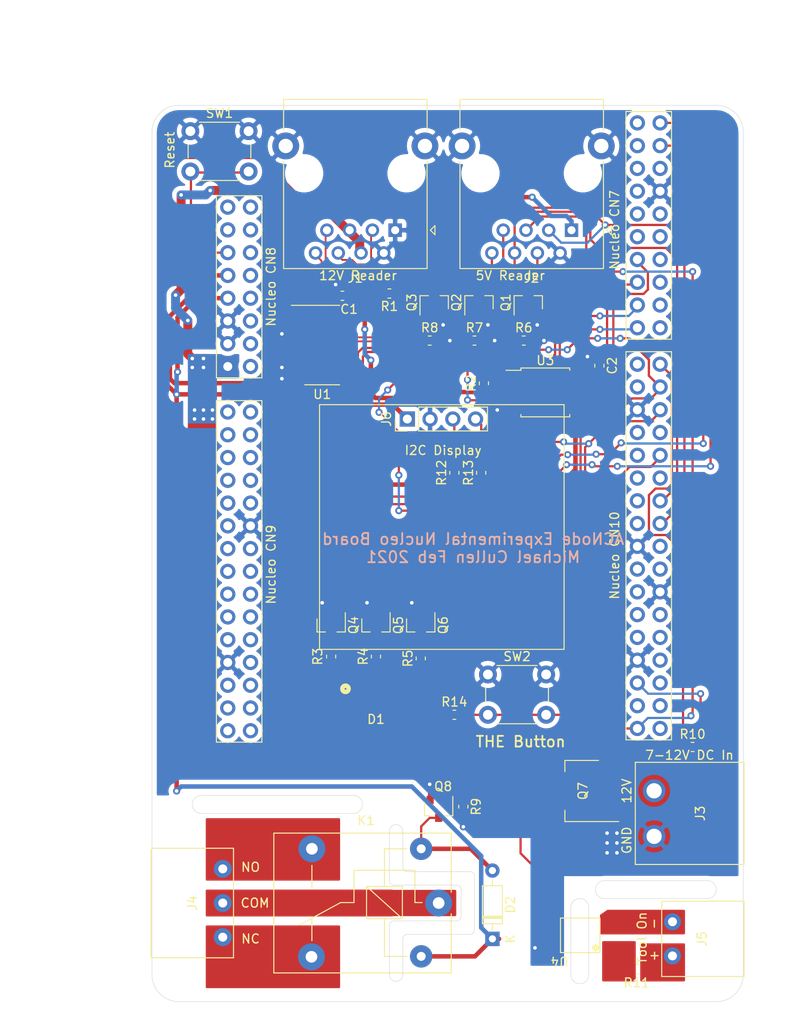
<source format=kicad_pcb>
(kicad_pcb (version 20171130) (host pcbnew 5.1.6-1.fc32)
  (layers (0 F.Cu signal) (31 B.Cu signal) (34 B.Paste user) (35 F.Paste user) (36 B.SilkS user) (37 F.SilkS user) (38 B.Mask user) (39 F.Mask user) (44 Edge.Cuts user))
  (net 0 "")
  (net 1 GND)
  (net 2 +3V3)
  (net 3 "Net-(D2-Pad2)")
  (net 4 +5V)
  (net 5 /422_TX+)
  (net 6 /422_TX-)
  (net 7 /422_RX+)
  (net 8 +12V)
  (net 9 /422_RX-)
  (net 10 /LED_Blue_Cathode)
  (net 11 /LED_Green_Cathode)
  (net 12 /Reader_SerialTx)
  (net 13 BigButton)
  (net 14 /LED_Red_Cathode)
  (net 15 /Reader_SerialRx)
  (net 16 "Net-(J3-Pad2)")
  (net 17 i2c_SDA)
  (net 18 i2c_SCL)
  (net 19 /LED_R_Trigger)
  (net 20 /LED_G_Trigger)
  (net 21 /LED_B_Trigger)
  (net 22 "Net-(Q4-Pad3)")
  (net 23 "Net-(Q5-Pad3)")
  (net 24 "Net-(Q6-Pad3)")
  (net 25 /ToolEnable)
  (net 26 /SPIFlash_CS)
  (net 27 ~Reset)
  (net 28 /SPI_Clk)
  (net 29 /SPI_MOSI)
  (net 30 /SPI_MISO)
  (net 31 "Net-(D1-Pad2)")
  (net 32 "Net-(D1-Pad4)")
  (net 33 "Net-(D1-Pad3)")
  (net 34 "Net-(J4-Pad3)")
  (net 35 "Net-(J4-Pad2)")
  (net 36 "Net-(J4-Pad1)")
  (net 37 "Net-(J5-Pad2)")
  (net 38 "Net-(J5-Pad1)")
  (net 39 /~ToolOn)
  (net 40 "Net-(R11-Pad1)")
  (module Package_SO:SOIC-8_5.23x5.23mm_P1.27mm (layer F.Cu) (at 157.908 90.0325)
    (fp_text reference U3 (at 0 -3.56) (layer F.SilkS))
    (fp_text value W25Q32JVSS)
    (pad 8 smd roundrect (at 3.6 -1.905) (size 1.6 0.6) (layers F.Cu F.Paste F.Mask) (net 2 +3V3))
    (pad 7 smd roundrect (at 3.6 -0.635) (size 1.6 0.6) (layers F.Cu F.Paste F.Mask) (net 2 +3V3))
    (pad 6 smd roundrect (at 3.6 0.635) (size 1.6 0.6) (layers F.Cu F.Paste F.Mask) (net 28 /SPI_Clk))
    (pad 5 smd roundrect (at 3.6 1.905) (size 1.6 0.6) (layers F.Cu F.Paste F.Mask) (net 29 /SPI_MOSI))
    (pad 4 smd roundrect (at -3.6 1.905) (size 1.6 0.6) (layers F.Cu F.Paste F.Mask) (net 1 GND))
    (pad 3 smd roundrect (at -3.6 0.635) (size 1.6 0.6) (layers F.Cu F.Paste F.Mask) (net 2 +3V3))
    (pad 2 smd roundrect (at -3.6 -0.635) (size 1.6 0.6) (layers F.Cu F.Paste F.Mask) (net 30 /SPI_MISO))
    (pad 1 smd roundrect (at -3.6 -1.905) (size 1.6 0.6) (layers F.Cu F.Paste F.Mask) (net 26 /SPIFlash_CS))
  )
  (module Resistor_SMD:R_0603_1608Metric (layer F.Cu) (at 151.05 89.0165 90)
    (fp_text reference R2 (at 0 -1.43 90) (layer F.SilkS))
    (fp_text value 10k)
    (pad 2 smd roundrect (at 0.7875 0 90) (size 0.875 0.95) (layers F.Cu F.Paste F.Mask) (net 26 /SPIFlash_CS))
    (pad 1 smd roundrect (at -0.7875 0 90) (size 0.875 0.95) (layers F.Cu F.Paste F.Mask) (net 2 +3V3))
  )
  (module Capacitor_SMD:C_0603_1608Metric (layer F.Cu) (at 163.9405 87.048 270)
    (fp_text reference C2 (at 0 -1.43 90) (layer F.SilkS))
    (fp_text value 100nF)
    (pad 2 smd roundrect (at 0.7875 0 270) (size 0.875 0.95) (layers F.Cu F.Paste F.Mask) (net 2 +3V3))
    (pad 1 smd roundrect (at -0.7875 0 270) (size 0.875 0.95) (layers F.Cu F.Paste F.Mask) (net 1 GND))
  )
  (module Connector_RJ:RJ45_Ninigi_GE (layer F.Cu) (at 160.829 71.935 180)
    (fp_text reference J2 (at 4.445 -5.34) (layer F.SilkS))
    (fp_text value 8P8C_Shielded)
    (pad 6 thru_hole circle (at 6.35 -2.54) (size 1.5 1.5) (drill 0.9) (layers *.Cu *.Mask) (net 12 /Reader_SerialTx))
    (pad 8 thru_hole circle (at 8.89 -2.54) (size 1.5 1.5) (drill 0.9) (layers *.Cu *.Mask) (net 10 /LED_Blue_Cathode))
    (pad SH thru_hole circle (at -3.325 9.4 180) (size 3 3) (drill 1.6) (layers *.Cu *.Mask) (net 1 GND))
    (pad 2 thru_hole circle (at 1.27 -2.54) (size 1.5 1.5) (drill 0.9) (layers *.Cu *.Mask) (net 1 GND))
    (pad 1 thru_hole rect (at 0 0) (size 1.5 1.5) (drill 0.9) (layers *.Cu *.Mask) (net 4 +5V))
    (pad 7 thru_hole circle (at 7.62 0) (size 1.5 1.5) (drill 0.9) (layers *.Cu *.Mask) (net 11 /LED_Green_Cathode))
    (pad 4 thru_hole circle (at 3.81 -2.54) (size 1.5 1.5) (drill 0.9) (layers *.Cu *.Mask) (net 14 /LED_Red_Cathode))
    (pad 5 thru_hole circle (at 5.08 0) (size 1.5 1.5) (drill 0.9) (layers *.Cu *.Mask) (net 13 BigButton))
    (pad 3 thru_hole circle (at 2.54 0) (size 1.5 1.5) (drill 0.9) (layers *.Cu *.Mask) (net 15 /Reader_SerialRx))
    (pad "" np_thru_hole circle (at -1.27 6.35 180) (size 3.25 3.25) (drill 3.25) (layers *.Cu *.Mask))
    (pad SH thru_hole circle (at 12.215 9.4) (size 3 3) (drill 1.6) (layers *.Cu *.Mask) (net 1 GND))
    (pad "" np_thru_hole circle (at 10.16 6.35) (size 3.25 3.25) (drill 3.25) (layers *.Cu *.Mask))
  )
  (module Connector_RJ:RJ45_Ninigi_GE (layer F.Cu) (at 141.144 71.935 180)
    (fp_text reference J1 (at 4.445 -5.34) (layer F.SilkS))
    (fp_text value 8P8C_Shielded)
    (pad 6 thru_hole circle (at 6.35 -2.54) (size 1.5 1.5) (drill 0.9) (layers *.Cu *.Mask) (net 7 /422_RX+))
    (pad 8 thru_hole circle (at 8.89 -2.54) (size 1.5 1.5) (drill 0.9) (layers *.Cu *.Mask) (net 5 /422_TX+))
    (pad SH thru_hole circle (at -3.325 9.4 180) (size 3 3) (drill 1.6) (layers *.Cu *.Mask) (net 1 GND))
    (pad 2 thru_hole circle (at 1.27 -2.54) (size 1.5 1.5) (drill 0.9) (layers *.Cu *.Mask) (net 1 GND))
    (pad 1 thru_hole rect (at 0 0) (size 1.5 1.5) (drill 0.9) (layers *.Cu *.Mask) (net 1 GND))
    (pad 7 thru_hole circle (at 7.62 0) (size 1.5 1.5) (drill 0.9) (layers *.Cu *.Mask) (net 6 /422_TX-))
    (pad 4 thru_hole circle (at 3.81 -2.54) (size 1.5 1.5) (drill 0.9) (layers *.Cu *.Mask) (net 8 +12V))
    (pad 5 thru_hole circle (at 5.08 0) (size 1.5 1.5) (drill 0.9) (layers *.Cu *.Mask) (net 8 +12V))
    (pad 3 thru_hole circle (at 2.54 0) (size 1.5 1.5) (drill 0.9) (layers *.Cu *.Mask) (net 9 /422_RX-))
    (pad "" np_thru_hole circle (at -1.27 6.35 180) (size 3.25 3.25) (drill 3.25) (layers *.Cu *.Mask))
    (pad SH thru_hole circle (at 12.215 9.4) (size 3 3) (drill 1.6) (layers *.Cu *.Mask) (net 1 GND))
    (pad "" np_thru_hole circle (at 10.16 6.35) (size 3.25 3.25) (drill 3.25) (layers *.Cu *.Mask))
  )
  (module Nucleo-144:Nucleo-144 (layer F.Cu) (at 146.59 93.49)
    (fp_text reference U2 hide)
    (fp_text value Nucleo-144)
    (fp_text user "Nucleo CN10" (at 19.05 14.732 90) (layer F.SilkS))
    (fp_text user "Nucleo CN7" (at 19.05 -21.59 90) (layer F.SilkS))
    (fp_text user "Nucleo CN9" (at -19.304 15.748 90) (layer F.SilkS))
    (fp_text user "Nucleo CN8" (at -19.304 -15.24 90) (layer F.SilkS))
    (pad 100 thru_hole circle (at 24.13 34.036) (size 1.7 1.7) (drill 1) (layers *.Cu *.Mask))
    (pad 99 thru_hole circle (at 21.59 34.036) (size 1.7 1.7) (drill 1) (layers *.Cu *.Mask) (net 13 BigButton))
    (pad 48 thru_hole circle (at 24.13 -33.528) (size 1.7 1.7) (drill 1) (layers *.Cu *.Mask) (net 18 i2c_SCL))
    (pad 47 thru_hole circle (at 21.59 -33.528) (size 1.7 1.7) (drill 1) (layers *.Cu *.Mask))
    (pad 49 thru_hole circle (at 21.59 -30.988) (size 1.7 1.7) (drill 1) (layers *.Cu *.Mask))
    (pad 50 thru_hole circle (at 24.13 -30.988) (size 1.7 1.7) (drill 1) (layers *.Cu *.Mask) (net 17 i2c_SDA))
    (pad 63 thru_hole circle (at 21.59 -13.208) (size 1.7 1.7) (drill 1) (layers *.Cu *.Mask) (net 26 /SPIFlash_CS))
    (pad 61 thru_hole circle (at 21.59 -15.748) (size 1.7 1.7) (drill 1) (layers *.Cu *.Mask) (net 28 /SPI_Clk))
    (pad 59 thru_hole circle (at 21.59 -18.288) (size 1.7 1.7) (drill 1) (layers *.Cu *.Mask) (net 29 /SPI_MOSI))
    (pad 57 thru_hole circle (at 21.59 -20.828) (size 1.7 1.7) (drill 1) (layers *.Cu *.Mask))
    (pad 55 thru_hole circle (at 21.59 -23.368) (size 1.7 1.7) (drill 1) (layers *.Cu *.Mask))
    (pad 53 thru_hole circle (at 21.59 -25.908) (size 1.7 1.7) (drill 1) (layers *.Cu *.Mask))
    (pad 51 thru_hole circle (at 21.59 -28.448) (size 1.7 1.7) (drill 1) (layers *.Cu *.Mask))
    (pad 52 thru_hole circle (at 24.13 -28.448) (size 1.7 1.7) (drill 1) (layers *.Cu *.Mask))
    (pad 54 thru_hole circle (at 24.13 -25.908) (size 1.7 1.7) (drill 1) (layers *.Cu *.Mask) (net 1 GND))
    (pad 56 thru_hole circle (at 24.13 -23.368) (size 1.7 1.7) (drill 1) (layers *.Cu *.Mask))
    (pad 58 thru_hole circle (at 24.13 -20.828) (size 1.7 1.7) (drill 1) (layers *.Cu *.Mask))
    (pad 60 thru_hole circle (at 24.13 -18.288) (size 1.7 1.7) (drill 1) (layers *.Cu *.Mask))
    (pad 62 thru_hole circle (at 24.13 -15.748) (size 1.7 1.7) (drill 1) (layers *.Cu *.Mask))
    (pad 64 thru_hole circle (at 24.13 -13.208) (size 1.7 1.7) (drill 1) (layers *.Cu *.Mask))
    (pad 65 thru_hole circle (at 21.59 -10.668) (size 1.7 1.7) (drill 1) (layers *.Cu *.Mask) (net 30 /SPI_MISO))
    (pad 66 thru_hole circle (at 24.13 -10.668) (size 1.7 1.7) (drill 1) (layers *.Cu *.Mask))
    (pad 94 thru_hole circle (at 24.13 26.416) (size 1.7 1.7) (drill 1) (layers *.Cu *.Mask))
    (pad 92 thru_hole circle (at 24.13 23.876) (size 1.7 1.7) (drill 1) (layers *.Cu *.Mask))
    (pad 90 thru_hole circle (at 24.13 21.336) (size 1.7 1.7) (drill 1) (layers *.Cu *.Mask))
    (pad 88 thru_hole circle (at 24.13 18.796) (size 1.7 1.7) (drill 1) (layers *.Cu *.Mask) (net 1 GND))
    (pad 86 thru_hole circle (at 24.13 16.256) (size 1.7 1.7) (drill 1) (layers *.Cu *.Mask))
    (pad 84 thru_hole circle (at 24.13 13.716) (size 1.7 1.7) (drill 1) (layers *.Cu *.Mask))
    (pad 82 thru_hole circle (at 24.13 11.176) (size 1.7 1.7) (drill 1) (layers *.Cu *.Mask) (net 15 /Reader_SerialRx))
    (pad 80 thru_hole circle (at 24.13 8.636) (size 1.7 1.7) (drill 1) (layers *.Cu *.Mask) (net 12 /Reader_SerialTx))
    (pad 78 thru_hole circle (at 24.13 6.096) (size 1.7 1.7) (drill 1) (layers *.Cu *.Mask))
    (pad 76 thru_hole circle (at 24.13 3.556) (size 1.7 1.7) (drill 1) (layers *.Cu *.Mask) (net 21 /LED_B_Trigger))
    (pad 74 thru_hole circle (at 24.13 1.016) (size 1.7 1.7) (drill 1) (layers *.Cu *.Mask))
    (pad 72 thru_hole circle (at 24.13 -1.524) (size 1.7 1.7) (drill 1) (layers *.Cu *.Mask) (net 20 /LED_G_Trigger))
    (pad 70 thru_hole circle (at 24.13 -4.064) (size 1.7 1.7) (drill 1) (layers *.Cu *.Mask) (net 19 /LED_R_Trigger))
    (pad 68 thru_hole circle (at 24.13 -6.604) (size 1.7 1.7) (drill 1) (layers *.Cu *.Mask) (net 25 /ToolEnable))
    (pad 67 thru_hole circle (at 21.59 -6.604) (size 1.7 1.7) (drill 1) (layers *.Cu *.Mask))
    (pad 69 thru_hole circle (at 21.59 -4.064) (size 1.7 1.7) (drill 1) (layers *.Cu *.Mask))
    (pad 71 thru_hole circle (at 21.59 -1.524) (size 1.7 1.7) (drill 1) (layers *.Cu *.Mask) (net 1 GND))
    (pad 73 thru_hole circle (at 21.59 1.016) (size 1.7 1.7) (drill 1) (layers *.Cu *.Mask))
    (pad 75 thru_hole circle (at 21.59 3.556) (size 1.7 1.7) (drill 1) (layers *.Cu *.Mask))
    (pad 77 thru_hole circle (at 21.59 6.096) (size 1.7 1.7) (drill 1) (layers *.Cu *.Mask))
    (pad 79 thru_hole circle (at 21.59 8.636) (size 1.7 1.7) (drill 1) (layers *.Cu *.Mask))
    (pad 81 thru_hole circle (at 21.59 11.176) (size 1.7 1.7) (drill 1) (layers *.Cu *.Mask))
    (pad 83 thru_hole circle (at 21.59 13.716) (size 1.7 1.7) (drill 1) (layers *.Cu *.Mask) (net 1 GND))
    (pad 85 thru_hole circle (at 21.59 16.256) (size 1.7 1.7) (drill 1) (layers *.Cu *.Mask))
    (pad 87 thru_hole circle (at 21.59 18.796) (size 1.7 1.7) (drill 1) (layers *.Cu *.Mask))
    (pad 89 thru_hole circle (at 21.59 21.336) (size 1.7 1.7) (drill 1) (layers *.Cu *.Mask))
    (pad 91 thru_hole circle (at 21.59 23.876) (size 1.7 1.7) (drill 1) (layers *.Cu *.Mask))
    (pad 93 thru_hole circle (at 21.59 26.416) (size 1.7 1.7) (drill 1) (layers *.Cu *.Mask) (net 1 GND))
    (pad 96 thru_hole circle (at 24.13 28.956) (size 1.7 1.7) (drill 1) (layers *.Cu *.Mask))
    (pad 95 thru_hole circle (at 21.59 28.956) (size 1.7 1.7) (drill 1) (layers *.Cu *.Mask) (net 39 /~ToolOn))
    (pad 97 thru_hole circle (at 21.59 31.496) (size 1.7 1.7) (drill 1) (layers *.Cu *.Mask))
    (pad 2 thru_hole circle (at -21.59 -24.13) (size 1.7 1.7) (drill 1) (layers *.Cu *.Mask))
    (pad 4 thru_hole circle (at -21.59 -21.59) (size 1.7 1.7) (drill 1) (layers *.Cu *.Mask))
    (pad 6 thru_hole circle (at -21.59 -19.05) (size 1.7 1.7) (drill 1) (layers *.Cu *.Mask))
    (pad 8 thru_hole circle (at -21.59 -16.51) (size 1.7 1.7) (drill 1) (layers *.Cu *.Mask))
    (pad 10 thru_hole circle (at -21.59 -13.97) (size 1.7 1.7) (drill 1) (layers *.Cu *.Mask))
    (pad 12 thru_hole circle (at -21.59 -11.43) (size 1.7 1.7) (drill 1) (layers *.Cu *.Mask))
    (pad 14 thru_hole circle (at -21.59 -8.89) (size 1.7 1.7) (drill 1) (layers *.Cu *.Mask))
    (pad 16 thru_hole circle (at -21.59 -6.35) (size 1.7 1.7) (drill 1) (layers *.Cu *.Mask))
    (pad 1 thru_hole circle (at -24.13 -24.13) (size 1.7 1.7) (drill 1) (layers *.Cu *.Mask))
    (pad 3 thru_hole circle (at -24.13 -21.59) (size 1.7 1.7) (drill 1) (layers *.Cu *.Mask))
    (pad 5 thru_hole circle (at -24.13 -19.05) (size 1.7 1.7) (drill 1) (layers *.Cu *.Mask) (net 27 ~Reset))
    (pad 7 thru_hole circle (at -24.13 -16.51) (size 1.7 1.7) (drill 1) (layers *.Cu *.Mask) (net 2 +3V3))
    (pad 9 thru_hole circle (at -24.13 -13.97) (size 1.7 1.7) (drill 1) (layers *.Cu *.Mask) (net 4 +5V))
    (pad 11 thru_hole circle (at -24.13 -11.43) (size 1.7 1.7) (drill 1) (layers *.Cu *.Mask) (net 1 GND))
    (pad 13 thru_hole circle (at -24.13 -8.89) (size 1.7 1.7) (drill 1) (layers *.Cu *.Mask) (net 1 GND))
    (pad 15 thru_hole circle (at -24.13 -6.35) (size 1.7 1.7) (drill 1) (layers *.Cu *.Mask) (net 8 +12V))
    (pad 18 thru_hole circle (at -21.59 -1.27) (size 1.7 1.7) (drill 1) (layers *.Cu *.Mask))
    (pad 17 thru_hole circle (at -24.13 -1.27) (size 1.7 1.7) (drill 1) (layers *.Cu *.Mask))
    (pad 46 thru_hole circle (at -21.59 34.29) (size 1.7 1.7) (drill 1) (layers *.Cu *.Mask))
    (pad 44 thru_hole circle (at -21.59 31.75) (size 1.7 1.7) (drill 1) (layers *.Cu *.Mask))
    (pad 42 thru_hole circle (at -21.59 29.21) (size 1.7 1.7) (drill 1) (layers *.Cu *.Mask))
    (pad 40 thru_hole circle (at -21.59 26.67) (size 1.7 1.7) (drill 1) (layers *.Cu *.Mask))
    (pad 38 thru_hole circle (at -21.59 24.13) (size 1.7 1.7) (drill 1) (layers *.Cu *.Mask))
    (pad 36 thru_hole circle (at -21.59 21.59) (size 1.7 1.7) (drill 1) (layers *.Cu *.Mask))
    (pad 34 thru_hole circle (at -21.59 19.05) (size 1.7 1.7) (drill 1) (layers *.Cu *.Mask))
    (pad 32 thru_hole circle (at -21.59 16.51) (size 1.7 1.7) (drill 1) (layers *.Cu *.Mask))
    (pad 30 thru_hole circle (at -21.59 13.97) (size 1.7 1.7) (drill 1) (layers *.Cu *.Mask))
    (pad 28 thru_hole circle (at -21.59 11.43) (size 1.7 1.7) (drill 1) (layers *.Cu *.Mask) (net 1 GND))
    (pad 26 thru_hole circle (at -21.59 8.89) (size 1.7 1.7) (drill 1) (layers *.Cu *.Mask))
    (pad 24 thru_hole circle (at -21.59 6.35) (size 1.7 1.7) (drill 1) (layers *.Cu *.Mask))
    (pad 22 thru_hole circle (at -21.59 3.81) (size 1.7 1.7) (drill 1) (layers *.Cu *.Mask))
    (pad 20 thru_hole circle (at -21.59 1.27) (size 1.7 1.7) (drill 1) (layers *.Cu *.Mask))
    (pad 19 thru_hole circle (at -24.13 1.27) (size 1.7 1.7) (drill 1) (layers *.Cu *.Mask))
    (pad 21 thru_hole circle (at -24.13 3.81) (size 1.7 1.7) (drill 1) (layers *.Cu *.Mask))
    (pad 23 thru_hole circle (at -24.13 6.35) (size 1.7 1.7) (drill 1) (layers *.Cu *.Mask))
    (pad 25 thru_hole circle (at -24.13 8.89) (size 1.7 1.7) (drill 1) (layers *.Cu *.Mask))
    (pad 27 thru_hole circle (at -24.13 11.43) (size 1.7 1.7) (drill 1) (layers *.Cu *.Mask))
    (pad 29 thru_hole circle (at -24.13 13.97) (size 1.7 1.7) (drill 1) (layers *.Cu *.Mask))
    (pad 31 thru_hole circle (at -24.13 16.51) (size 1.7 1.7) (drill 1) (layers *.Cu *.Mask))
    (pad 33 thru_hole circle (at -24.13 19.05) (size 1.7 1.7) (drill 1) (layers *.Cu *.Mask))
    (pad 35 thru_hole circle (at -24.13 21.59) (size 1.7 1.7) (drill 1) (layers *.Cu *.Mask))
    (pad 37 thru_hole circle (at -24.13 24.13) (size 1.7 1.7) (drill 1) (layers *.Cu *.Mask))
    (pad 39 thru_hole circle (at -24.13 26.67) (size 1.7 1.7) (drill 1) (layers *.Cu *.Mask) (net 1 GND))
    (pad 41 thru_hole circle (at -24.13 29.21) (size 1.7 1.7) (drill 1) (layers *.Cu *.Mask))
    (pad 43 thru_hole circle (at -24.13 31.75) (size 1.7 1.7) (drill 1) (layers *.Cu *.Mask))
    (pad 98 thru_hole circle (at 24.13 31.496) (size 1.7 1.7) (drill 1) (layers *.Cu *.Mask))
    (pad 45 thru_hole circle (at -24.13 34.29) (size 1.7 1.7) (drill 1) (layers *.Cu *.Mask))
  )
  (module Relay_THT:Relay_SPDT_SANYOU_SRD_Series_Form_C (layer F.Cu) (at 146 147 180)
    (fp_text reference K1 (at 8.1 9.2) (layer F.SilkS))
    (fp_text value SANYOU_SRD_Form_C)
    (pad 2 thru_hole circle (at 1.95 6.05 270) (size 2.5 2.5) (drill 1) (layers *.Cu *.Mask) (net 3 "Net-(D2-Pad2)"))
    (pad 3 thru_hole circle (at 14.15 6.05 270) (size 3 3) (drill 1.3) (layers *.Cu *.Mask) (net 36 "Net-(J4-Pad1)"))
    (pad 4 thru_hole circle (at 14.2 -6 270) (size 3 3) (drill 1.3) (layers *.Cu *.Mask) (net 34 "Net-(J4-Pad3)"))
    (pad 5 thru_hole circle (at 1.95 -5.95 270) (size 2.5 2.5) (drill 1) (layers *.Cu *.Mask) (net 4 +5V))
    (pad 1 thru_hole circle (at 0 0 270) (size 3 3) (drill 1.3) (layers *.Cu *.Mask) (net 35 "Net-(J4-Pad2)"))
  )
  (module ExtraParts:VOM617A-4SOP (layer F.Cu) (at 161.8 150.6 270)
    (fp_text reference U4 (at 2.9 2.3 180 unlocked) (layer F.SilkS))
    (fp_text value VOM617A)
    (pad 2 smd rect (at -1.27 -3.25 270) (size 0.8 1) (layers F.Cu F.Paste F.Mask) (net 37 "Net-(J5-Pad2)"))
    (pad 3 smd rect (at -1.27 3.25 270) (size 0.8 1) (layers F.Cu F.Paste F.Mask) (net 39 /~ToolOn))
    (pad 4 smd rect (at 1.27 3.25 270) (size 0.8 1) (layers F.Cu F.Paste F.Mask) (net 1 GND))
    (pad 1 smd rect (at 1.27 -3.25 270) (size 0.8 1) (layers F.Cu F.Paste F.Mask) (net 40 "Net-(R11-Pad1)"))
  )
  (module ExtraParts:Connector-3.81mm-2pin (layer F.Cu) (at 175.5 151 90)
    (fp_text reference J5 (at 0 -0.1 90) (layer F.SilkS))
    (fp_text value Conn_01x02)
    (pad 2 thru_hole circle (at 1.91 -3.4 90) (size 1.9 1.9) (drill 1) (layers *.Cu *.Mask) (net 37 "Net-(J5-Pad2)"))
    (pad 1 thru_hole circle (at -1.9 -3.4 90) (size 1.9 1.9) (drill 1) (layers *.Cu *.Mask) (net 38 "Net-(J5-Pad1)"))
  )
  (module ExtraParts:Connector-3.81mm-3pin (layer F.Cu) (at 118.5 147 270)
    (fp_text reference J4 (at 0 0 90) (layer F.SilkS))
    (fp_text value Conn_01x03)
    (pad 1 thru_hole circle (at -3.81 -3.4 270) (size 2 2) (drill 1) (layers *.Cu *.Mask) (net 36 "Net-(J4-Pad1)"))
    (pad 2 thru_hole circle (at 0 -3.4 270) (size 2 2) (drill 1) (layers *.Cu *.Mask) (net 35 "Net-(J4-Pad2)"))
    (pad 3 thru_hole circle (at 3.81 -3.4 270) (size 2 2) (drill 1) (layers *.Cu *.Mask) (net 34 "Net-(J4-Pad3)"))
  )
  (module ExtraParts:Wurth_3528_LED (layer F.Cu) (at 139 124 90)
    (fp_text reference D1 (at -2.5 0) (layer F.SilkS))
    (fp_text value LED_ABRG)
    (pad 2 smd rect (at -0.7 1.55 90) (size 0.9 1.5) (layers F.Cu F.Paste F.Mask) (net 31 "Net-(D1-Pad2)"))
    (pad 1 smd rect (at 0.7 1.55 90) (size 0.9 1.5) (layers F.Cu F.Paste F.Mask) (net 2 +3V3))
    (pad 4 smd rect (at -0.7 -1.55 90) (size 0.9 1.5) (layers F.Cu F.Paste F.Mask) (net 32 "Net-(D1-Pad4)"))
    (pad 3 smd rect (at 0.7 -1.55 90) (size 0.9 1.5) (layers F.Cu F.Paste F.Mask) (net 33 "Net-(D1-Pad3)"))
  )
  (module Package_SO:SOIC-14_3.9x8.7mm_P1.27mm (layer F.Cu) (at 133 84.75)
    (fp_text reference U1 (at 0 5.5) (layer F.SilkS))
    (fp_text value ISL3176EIBZ)
    (pad 14 smd roundrect (at 2.475 -3.81) (size 1.95 0.6) (layers F.Cu F.Paste F.Mask) (net 2 +3V3))
    (pad 13 smd roundrect (at 2.475 -2.54) (size 1.95 0.6) (layers F.Cu F.Paste F.Mask))
    (pad 12 smd roundrect (at 2.475 -1.27) (size 1.95 0.6) (layers F.Cu F.Paste F.Mask) (net 7 /422_RX+))
    (pad 11 smd roundrect (at 2.475 0) (size 1.95 0.6) (layers F.Cu F.Paste F.Mask) (net 9 /422_RX-))
    (pad 10 smd roundrect (at 2.475 1.27) (size 1.95 0.6) (layers F.Cu F.Paste F.Mask) (net 6 /422_TX-))
    (pad 9 smd roundrect (at 2.475 2.54) (size 1.95 0.6) (layers F.Cu F.Paste F.Mask) (net 5 /422_TX+))
    (pad 8 smd roundrect (at 2.475 3.81) (size 1.95 0.6) (layers F.Cu F.Paste F.Mask))
    (pad 7 smd roundrect (at -2.475 3.81) (size 1.95 0.6) (layers F.Cu F.Paste F.Mask) (net 1 GND))
    (pad 6 smd roundrect (at -2.475 2.54) (size 1.95 0.6) (layers F.Cu F.Paste F.Mask) (net 1 GND))
    (pad 5 smd roundrect (at -2.475 1.27) (size 1.95 0.6) (layers F.Cu F.Paste F.Mask) (net 12 /Reader_SerialTx))
    (pad 4 smd roundrect (at -2.475 0) (size 1.95 0.6) (layers F.Cu F.Paste F.Mask) (net 2 +3V3))
    (pad 3 smd roundrect (at -2.475 -1.27) (size 1.95 0.6) (layers F.Cu F.Paste F.Mask) (net 1 GND))
    (pad 2 smd roundrect (at -2.475 -2.54) (size 1.95 0.6) (layers F.Cu F.Paste F.Mask) (net 15 /Reader_SerialRx))
    (pad 1 smd roundrect (at -2.475 -3.81) (size 1.95 0.6) (layers F.Cu F.Paste F.Mask))
  )
  (module Button_Switch_THT:SW_PUSH_6mm (layer F.Cu) (at 151.5 121.5)
    (fp_text reference SW2 (at 3.25 -2) (layer F.SilkS))
    (fp_text value SW_Push)
    (pad 1 thru_hole circle (at 6.5 0 90) (size 2 2) (drill 1.1) (layers *.Cu *.Mask) (net 1 GND))
    (pad 2 thru_hole circle (at 6.5 4.5 90) (size 2 2) (drill 1.1) (layers *.Cu *.Mask) (net 13 BigButton))
    (pad 1 thru_hole circle (at 0 0 90) (size 2 2) (drill 1.1) (layers *.Cu *.Mask) (net 1 GND))
    (pad 2 thru_hole circle (at 0 4.5 90) (size 2 2) (drill 1.1) (layers *.Cu *.Mask) (net 13 BigButton))
  )
  (module Button_Switch_THT:SW_PUSH_6mm (layer F.Cu) (at 118.284 60.886)
    (fp_text reference SW1 (at 3.25 -2) (layer F.SilkS))
    (fp_text value SW_Push)
    (pad 1 thru_hole circle (at 6.5 0 90) (size 2 2) (drill 1.1) (layers *.Cu *.Mask) (net 1 GND))
    (pad 2 thru_hole circle (at 6.5 4.5 90) (size 2 2) (drill 1.1) (layers *.Cu *.Mask) (net 27 ~Reset))
    (pad 1 thru_hole circle (at 0 0 90) (size 2 2) (drill 1.1) (layers *.Cu *.Mask) (net 1 GND))
    (pad 2 thru_hole circle (at 0 4.5 90) (size 2 2) (drill 1.1) (layers *.Cu *.Mask) (net 27 ~Reset))
  )
  (module Resistor_SMD:R_0603_1608Metric (layer F.Cu) (at 147.75 126)
    (fp_text reference R14 (at 0 -1.43) (layer F.SilkS))
    (fp_text value 10K)
    (pad 2 smd roundrect (at 0.7875 0) (size 0.875 0.95) (layers F.Cu F.Paste F.Mask) (net 13 BigButton))
    (pad 1 smd roundrect (at -0.7875 0) (size 0.875 0.95) (layers F.Cu F.Paste F.Mask) (net 2 +3V3))
  )
  (module Resistor_SMD:R_0603_1608Metric (layer F.Cu) (at 150.75 99 90)
    (fp_text reference R13 (at 0 -1.43 90) (layer F.SilkS))
    (fp_text value 10K)
    (pad 2 smd roundrect (at 0.7875 0 90) (size 0.875 0.95) (layers F.Cu F.Paste F.Mask) (net 17 i2c_SDA))
    (pad 1 smd roundrect (at -0.7875 0 90) (size 0.875 0.95) (layers F.Cu F.Paste F.Mask) (net 2 +3V3))
  )
  (module Resistor_SMD:R_0603_1608Metric (layer F.Cu) (at 147.75 99 90)
    (fp_text reference R12 (at 0 -1.43 90) (layer F.SilkS))
    (fp_text value 10K)
    (pad 2 smd roundrect (at 0.7875 0 90) (size 0.875 0.95) (layers F.Cu F.Paste F.Mask) (net 18 i2c_SCL))
    (pad 1 smd roundrect (at -0.7875 0 90) (size 0.875 0.95) (layers F.Cu F.Paste F.Mask) (net 2 +3V3))
  )
  (module Resistor_SMD:R_0603_1608Metric (layer F.Cu) (at 168.2 154.4)
    (fp_text reference R11 (at -0.1 1.5) (layer F.SilkS))
    (fp_text value 470R)
    (pad 2 smd roundrect (at 0.7875 0) (size 0.875 0.95) (layers F.Cu F.Paste F.Mask) (net 38 "Net-(J5-Pad1)"))
    (pad 1 smd roundrect (at -0.7875 0) (size 0.875 0.95) (layers F.Cu F.Paste F.Mask) (net 40 "Net-(R11-Pad1)"))
  )
  (module Resistor_SMD:R_0603_1608Metric (layer F.Cu) (at 174.3456 129.5908)
    (fp_text reference R10 (at 0 -1.43) (layer F.SilkS))
    (fp_text value 10K)
    (pad 2 smd roundrect (at 0.7875 0) (size 0.875 0.95) (layers F.Cu F.Paste F.Mask) (net 39 /~ToolOn))
    (pad 1 smd roundrect (at -0.7875 0) (size 0.875 0.95) (layers F.Cu F.Paste F.Mask) (net 2 +3V3))
  )
  (module Resistor_SMD:R_0603_1608Metric (layer F.Cu) (at 148.75 136.25 270)
    (fp_text reference R9 (at 0 -1.43 90) (layer F.SilkS))
    (fp_text value 10K)
    (pad 2 smd roundrect (at 0.7875 0 270) (size 0.875 0.95) (layers F.Cu F.Paste F.Mask) (net 1 GND))
    (pad 1 smd roundrect (at -0.7875 0 270) (size 0.875 0.95) (layers F.Cu F.Paste F.Mask) (net 25 /ToolEnable))
  )
  (module Resistor_SMD:R_0603_1608Metric (layer F.Cu) (at 145 84.25)
    (fp_text reference R8 (at 0 -1.43) (layer F.SilkS))
    (fp_text value 2K2)
    (pad 2 smd roundrect (at 0.7875 0) (size 0.875 0.95) (layers F.Cu F.Paste F.Mask) (net 1 GND))
    (pad 1 smd roundrect (at -0.7875 0) (size 0.875 0.95) (layers F.Cu F.Paste F.Mask) (net 21 /LED_B_Trigger))
  )
  (module Resistor_SMD:R_0603_1608Metric (layer F.Cu) (at 150 84.25)
    (fp_text reference R7 (at 0 -1.43) (layer F.SilkS))
    (fp_text value 2K2)
    (pad 2 smd roundrect (at 0.7875 0) (size 0.875 0.95) (layers F.Cu F.Paste F.Mask) (net 1 GND))
    (pad 1 smd roundrect (at -0.7875 0) (size 0.875 0.95) (layers F.Cu F.Paste F.Mask) (net 20 /LED_G_Trigger))
  )
  (module Resistor_SMD:R_0603_1608Metric (layer F.Cu) (at 155.5 84.25)
    (fp_text reference R6 (at 0 -1.43) (layer F.SilkS))
    (fp_text value 2K2)
    (pad 2 smd roundrect (at 0.7875 0) (size 0.875 0.95) (layers F.Cu F.Paste F.Mask) (net 1 GND))
    (pad 1 smd roundrect (at -0.7875 0) (size 0.875 0.95) (layers F.Cu F.Paste F.Mask) (net 19 /LED_R_Trigger))
  )
  (module Resistor_SMD:R_0603_1608Metric (layer F.Cu) (at 144 119.7125 90)
    (fp_text reference R5 (at 0 -1.43 90) (layer F.SilkS))
    (fp_text value 27R)
    (pad 2 smd roundrect (at 0.7875 0 90) (size 0.875 0.95) (layers F.Cu F.Paste F.Mask) (net 24 "Net-(Q6-Pad3)"))
    (pad 1 smd roundrect (at -0.7875 0 90) (size 0.875 0.95) (layers F.Cu F.Paste F.Mask) (net 31 "Net-(D1-Pad2)"))
  )
  (module Resistor_SMD:R_0603_1608Metric (layer F.Cu) (at 139 119.5 90)
    (fp_text reference R4 (at 0 -1.43 90) (layer F.SilkS))
    (fp_text value 27R)
    (pad 2 smd roundrect (at 0.7875 0 90) (size 0.875 0.95) (layers F.Cu F.Paste F.Mask) (net 23 "Net-(Q5-Pad3)"))
    (pad 1 smd roundrect (at -0.7875 0 90) (size 0.875 0.95) (layers F.Cu F.Paste F.Mask) (net 32 "Net-(D1-Pad4)"))
  )
  (module Resistor_SMD:R_0603_1608Metric (layer F.Cu) (at 134 119.5 90)
    (fp_text reference R3 (at 0 -1.5 90) (layer F.SilkS))
    (fp_text value 270R)
    (pad 2 smd roundrect (at 0.7875 0 90) (size 0.875 0.95) (layers F.Cu F.Paste F.Mask) (net 22 "Net-(Q4-Pad3)"))
    (pad 1 smd roundrect (at -0.7875 0 90) (size 0.875 0.95) (layers F.Cu F.Paste F.Mask) (net 33 "Net-(D1-Pad3)"))
  )
  (module Resistor_SMD:R_0603_1608Metric (layer F.Cu) (at 140.5 79 180)
    (fp_text reference R1 (at 0 -1.43) (layer F.SilkS))
    (fp_text value 100R)
    (pad 2 smd roundrect (at 0.7875 0 180) (size 0.875 0.95) (layers F.Cu F.Paste F.Mask) (net 7 /422_RX+))
    (pad 1 smd roundrect (at -0.7875 0 180) (size 0.875 0.95) (layers F.Cu F.Paste F.Mask) (net 9 /422_RX-))
  )
  (module Package_TO_SOT_SMD:SOT-23 (layer F.Cu) (at 146 136.5 270)
    (fp_text reference Q8 (at -2.5 -0.5 180) (layer F.SilkS))
    (fp_text value 2N7002)
    (pad 3 smd rect (at 1 0 270) (size 0.9 0.8) (layers F.Cu F.Paste F.Mask) (net 3 "Net-(D2-Pad2)"))
    (pad 2 smd rect (at -1 0.95 270) (size 0.9 0.8) (layers F.Cu F.Paste F.Mask) (net 1 GND))
    (pad 1 smd rect (at -1 -0.95 270) (size 0.9 0.8) (layers F.Cu F.Paste F.Mask) (net 25 /ToolEnable))
  )
  (module Package_TO_SOT_SMD:SOT-223 (layer F.Cu) (at 162 134.5 180)
    (fp_text reference Q7 (at -0.1 0 270) (layer F.SilkS))
    (fp_text value DMP6023LE)
    (pad 1 smd rect (at -3.15 -2.3 180) (size 2 1.5) (layers F.Cu F.Paste F.Mask) (net 1 GND))
    (pad 3 smd rect (at -3.15 2.3 180) (size 2 1.5) (layers F.Cu F.Paste F.Mask) (net 8 +12V))
    (pad 2 smd rect (at -3.15 0 180) (size 2 1.5) (layers F.Cu F.Paste F.Mask) (net 16 "Net-(J3-Pad2)"))
    (pad 4 smd rect (at 3.15 0 180) (size 2 3.8) (layers F.Cu F.Paste F.Mask) (net 16 "Net-(J3-Pad2)"))
  )
  (module Package_TO_SOT_SMD:SOT-23 (layer F.Cu) (at 144 116 270)
    (fp_text reference Q6 (at 0 -2.5 90) (layer F.SilkS))
    (fp_text value 2N7002)
    (pad 3 smd rect (at 1 0 270) (size 0.9 0.8) (layers F.Cu F.Paste F.Mask) (net 24 "Net-(Q6-Pad3)"))
    (pad 2 smd rect (at -1 0.95 270) (size 0.9 0.8) (layers F.Cu F.Paste F.Mask) (net 1 GND))
    (pad 1 smd rect (at -1 -0.95 270) (size 0.9 0.8) (layers F.Cu F.Paste F.Mask) (net 21 /LED_B_Trigger))
  )
  (module Package_TO_SOT_SMD:SOT-23 (layer F.Cu) (at 139 116 270)
    (fp_text reference Q5 (at 0 -2.5 90) (layer F.SilkS))
    (fp_text value 2N7002)
    (pad 3 smd rect (at 1 0 270) (size 0.9 0.8) (layers F.Cu F.Paste F.Mask) (net 23 "Net-(Q5-Pad3)"))
    (pad 2 smd rect (at -1 0.95 270) (size 0.9 0.8) (layers F.Cu F.Paste F.Mask) (net 1 GND))
    (pad 1 smd rect (at -1 -0.95 270) (size 0.9 0.8) (layers F.Cu F.Paste F.Mask) (net 20 /LED_G_Trigger))
  )
  (module Package_TO_SOT_SMD:SOT-23 (layer F.Cu) (at 134 116 270)
    (fp_text reference Q4 (at 0 -2.5 90) (layer F.SilkS))
    (fp_text value 2N7002)
    (pad 3 smd rect (at 1 0 270) (size 0.9 0.8) (layers F.Cu F.Paste F.Mask) (net 22 "Net-(Q4-Pad3)"))
    (pad 2 smd rect (at -1 0.95 270) (size 0.9 0.8) (layers F.Cu F.Paste F.Mask) (net 1 GND))
    (pad 1 smd rect (at -1 -0.95 270) (size 0.9 0.8) (layers F.Cu F.Paste F.Mask) (net 19 /LED_R_Trigger))
  )
  (module Package_TO_SOT_SMD:SOT-23 (layer F.Cu) (at 145.5 80 90)
    (fp_text reference Q3 (at 0 -2.5 90) (layer F.SilkS))
    (fp_text value 2N7002)
    (pad 3 smd rect (at 1 0 90) (size 0.9 0.8) (layers F.Cu F.Paste F.Mask) (net 10 /LED_Blue_Cathode))
    (pad 2 smd rect (at -1 0.95 90) (size 0.9 0.8) (layers F.Cu F.Paste F.Mask) (net 1 GND))
    (pad 1 smd rect (at -1 -0.95 90) (size 0.9 0.8) (layers F.Cu F.Paste F.Mask) (net 21 /LED_B_Trigger))
  )
  (module Package_TO_SOT_SMD:SOT-23 (layer F.Cu) (at 150.5 80 90)
    (fp_text reference Q2 (at 0 -2.5 90) (layer F.SilkS))
    (fp_text value 2N7002)
    (pad 3 smd rect (at 1 0 90) (size 0.9 0.8) (layers F.Cu F.Paste F.Mask) (net 11 /LED_Green_Cathode))
    (pad 2 smd rect (at -1 0.95 90) (size 0.9 0.8) (layers F.Cu F.Paste F.Mask) (net 1 GND))
    (pad 1 smd rect (at -1 -0.95 90) (size 0.9 0.8) (layers F.Cu F.Paste F.Mask) (net 20 /LED_G_Trigger))
  )
  (module Package_TO_SOT_SMD:SOT-23 (layer F.Cu) (at 156 80 90)
    (fp_text reference Q1 (at 0 -2.5 90) (layer F.SilkS))
    (fp_text value 2N7002)
    (pad 3 smd rect (at 1 0 90) (size 0.9 0.8) (layers F.Cu F.Paste F.Mask) (net 14 /LED_Red_Cathode))
    (pad 2 smd rect (at -1 0.95 90) (size 0.9 0.8) (layers F.Cu F.Paste F.Mask) (net 1 GND))
    (pad 1 smd rect (at -1 -0.95 90) (size 0.9 0.8) (layers F.Cu F.Paste F.Mask) (net 19 /LED_R_Trigger))
  )
  (module Connector_PinHeader_2.54mm:PinHeader_1x04_P2.54mm_Vertical (layer F.Cu) (at 142.5 93 90)
    (fp_text reference J6 (at 0 -2.33 90) (layer F.SilkS))
    (fp_text value Conn_01x04_Female)
    (pad 4 thru_hole oval (at 0 7.62 90) (size 1.7 1.7) (drill 1) (layers *.Cu *.Mask) (net 17 i2c_SDA))
    (pad 3 thru_hole oval (at 0 5.08 90) (size 1.7 1.7) (drill 1) (layers *.Cu *.Mask) (net 18 i2c_SCL))
    (pad 2 thru_hole oval (at 0 2.54 90) (size 1.7 1.7) (drill 1) (layers *.Cu *.Mask) (net 1 GND))
    (pad 1 thru_hole rect (at 0 0 90) (size 1.7 1.7) (drill 1) (layers *.Cu *.Mask) (net 4 +5V))
  )
  (module ExtraParts:Connector-5.08mm (layer F.Cu) (at 174 137 90)
    (fp_text reference J3 (at 0 1.2 90) (layer F.SilkS))
    (fp_text value Conn_01x02)
    (pad 2 thru_hole circle (at 2.52 -3.95 90) (size 2.54 2.54) (drill 1.7) (layers *.Cu *.Mask) (net 16 "Net-(J3-Pad2)"))
    (pad 1 thru_hole circle (at -2.56 -3.95 90) (size 2.54 2.54) (drill 1.7) (layers *.Cu *.Mask) (net 1 GND))
  )
  (module Diode_THT:D_DO-35_SOD27_P7.62mm_Horizontal (layer F.Cu) (at 152 151 90)
    (fp_text reference D2 (at 3.81 2 90) (layer F.SilkS))
    (fp_text value 1N4148)
    (fp_text user K (at 0 2 90) (layer F.SilkS))
    (pad 1 thru_hole rect (at 0 0 90) (size 1.6 1.6) (drill 0.8) (layers *.Cu *.Mask) (net 4 +5V))
    (pad 2 thru_hole oval (at 7.62 0 90) (size 1.6 1.6) (drill 0.8) (layers *.Cu *.Mask) (net 3 "Net-(D2-Pad2)"))
  )
  (module Capacitor_SMD:C_0603_1608Metric (layer F.Cu) (at 135.25 79.25 180)
    (fp_text reference C1 (at -0.75 -1.5) (layer F.SilkS))
    (fp_text value 100nF)
    (pad 2 smd roundrect (at 0.7875 0 180) (size 0.875 0.95) (layers F.Cu F.Paste F.Mask) (net 1 GND))
    (pad 1 smd roundrect (at -0.7875 0 180) (size 0.875 0.95) (layers F.Cu F.Paste F.Mask) (net 2 +3V3))
  )
  (gr_text "THE Button" (at 155.15 129) (layer F.SilkS) (effects (font (size 1.2 1.2) (thickness 0.2))))
  (gr_text "ACNode Experimental Nucleo Board\nMichael Cullen Feb 2021" (at 149.85 107.4) (layer B.SilkS) (effects (font (size 1.25 1.25) (thickness 0.2)) (justify mirror)))
  (gr_text "7-12V DC In" (at 174 130.5) (layer F.SilkS) (effects (font (size 1 1))))
  (gr_text 12V (at 167 134.5 90) (layer F.SilkS) (effects (font (size 1 1))))
  (gr_text GND (at 167 140 90) (layer F.SilkS) (effects (font (size 1 1))))
  (gr_line (start 164.5 146.5) (end 176 146.5) (layer Edge.Cuts) (width 0.05))
  (gr_line (start 176 144.5) (end 164.5 144.5) (layer Edge.Cuts) (width 0.05))
  (gr_line (start 160.75 155) (end 160.75 147.5) (layer Edge.Cuts) (width 0.05))
  (gr_line (start 162.75 147.5) (end 162.75 155) (layer Edge.Cuts) (width 0.05))
  (gr_arc (start 141.25 155) (end 140.5 155) (angle -180) (layer Edge.Cuts) (width 0.05))
  (gr_arc (start 141.25 139) (end 142 139) (angle -180) (layer Edge.Cuts) (width 0.05))
  (gr_arc (start 119.5 136) (end 119.5 135) (angle -180) (layer Edge.Cuts) (width 0.05))
  (gr_arc (start 136.5 136) (end 136.5 137) (angle -180) (layer Edge.Cuts) (width 0.05))
  (gr_line (start 136.5 137) (end 119.5 137) (layer Edge.Cuts) (width 0.05))
  (gr_line (start 119.5 135) (end 136.5 135) (layer Edge.Cuts) (width 0.05))
  (gr_line (start 142 139) (end 142 143) (layer Edge.Cuts) (width 0.05))
  (gr_line (start 140.5 144.5) (end 140.5 139) (layer Edge.Cuts) (width 0.05))
  (gr_line (start 148 145) (end 141 145) (layer Edge.Cuts) (width 0.05))
  (gr_line (start 149.5 143.5) (end 142.5 143.5) (layer Edge.Cuts) (width 0.05))
  (gr_arc (start 141 144.5) (end 140.5 144.5) (angle -90) (layer Edge.Cuts) (width 0.05))
  (gr_arc (start 142.5 143) (end 142 143) (angle -90) (layer Edge.Cuts) (width 0.05))
  (gr_line (start 140.5 155) (end 140.5 149.5) (layer Edge.Cuts) (width 0.05))
  (gr_line (start 142 151) (end 142 155) (layer Edge.Cuts) (width 0.05))
  (gr_line (start 148 149) (end 141 149) (layer Edge.Cuts) (width 0.05))
  (gr_line (start 149.5 150.5) (end 142.5 150.5) (layer Edge.Cuts) (width 0.05))
  (gr_arc (start 141 149.5) (end 141 149) (angle -90) (layer Edge.Cuts) (width 0.05))
  (gr_arc (start 142.5 151) (end 142.5 150.5) (angle -90) (layer Edge.Cuts) (width 0.05))
  (gr_line (start 148.5 145.5) (end 148.5 148.5) (layer Edge.Cuts) (width 0.05))
  (gr_line (start 150 150) (end 150 144) (layer Edge.Cuts) (width 0.05))
  (gr_arc (start 149.5 144) (end 150 144) (angle -90) (layer Edge.Cuts) (width 0.05))
  (gr_arc (start 149.5 150) (end 149.5 150.5) (angle -90) (layer Edge.Cuts) (width 0.05))
  (gr_arc (start 148 148.5) (end 148 149) (angle -90) (layer Edge.Cuts) (width 0.05))
  (gr_arc (start 148 145.5) (end 148.5 145.5) (angle -90) (layer Edge.Cuts) (width 0.05))
  (gr_text - (at 170 149.3 90) (layer F.SilkS) (effects (font (size 1 1))))
  (gr_text + (at 170.1 152.8) (layer F.SilkS) (effects (font (size 1 1))))
  (gr_text "Tool On" (at 168.7 150.9 90) (layer F.SilkS) (effects (font (size 1 1))))
  (gr_arc (start 164.5 145.5) (end 164.5 144.5) (angle -180) (layer Edge.Cuts) (width 0.05))
  (gr_arc (start 176 145.5) (end 176 146.5) (angle -180) (layer Edge.Cuts) (width 0.05))
  (gr_arc (start 161.75 155) (end 160.75 155) (angle -180) (layer Edge.Cuts) (width 0.05))
  (gr_arc (start 161.75 147.5) (end 162.75 147.5) (angle -180) (layer Edge.Cuts) (width 0.05))
  (gr_text NC (at 125 151) (layer F.SilkS) (effects (font (size 1 1))))
  (gr_text NO (at 125 143) (layer F.SilkS) (effects (font (size 1 1))))
  (gr_text COM (at 125.5 147) (layer F.SilkS) (effects (font (size 1 1))))
  (gr_text "I2C Display" (at 146.5 96.5) (layer F.SilkS) (effects (font (size 1 1))))
  (gr_text "5V Reader" (at 154 77) (layer F.SilkS) (effects (font (size 1 1))))
  (gr_text "12V Reader" (at 137 77) (layer F.SilkS) (effects (font (size 1 1))))
  (gr_text Reset (at 116 63 90) (layer F.SilkS) (effects (font (size 1 1))))
  (gr_line (start 132.7 118.7) (end 132.7 91.4) (layer F.SilkS) (width 0.12))
  (gr_line (start 160 118.7) (end 132.7 118.7) (layer F.SilkS) (width 0.12))
  (gr_line (start 160 91.4) (end 160 118.7) (layer F.SilkS) (width 0.12))
  (gr_line (start 132.7 91.4) (end 160 91.4) (layer F.SilkS) (width 0.12))
  (gr_line (start 180 61) (end 180 155) (layer Edge.Cuts) (width 0.05))
  (gr_line (start 117 58) (end 177 58) (layer Edge.Cuts) (width 0.05))
  (gr_line (start 114 155) (end 114 61) (layer Edge.Cuts) (width 0.05))
  (gr_line (start 177 158) (end 117 158) (layer Edge.Cuts) (width 0.05))
  (gr_arc (start 177 61) (end 180 61) (angle -90) (layer Edge.Cuts) (width 0.05))
  (gr_arc (start 177 155) (end 177 158) (angle -90) (layer Edge.Cuts) (width 0.05))
  (gr_arc (start 117 155) (end 114 155) (angle -90) (layer Edge.Cuts) (width 0.05))
  (gr_arc (start 117 61) (end 117 58) (angle -90) (layer Edge.Cuts) (width 0.05))
  (via (at 134.5 78) (size 0.8) (drill 0.4) (layers F.Cu B.Cu) (net 1))
  (via (at 145 133.75) (size 0.8) (drill 0.4) (layers F.Cu B.Cu) (net 1))
  (via (at 156.75 152) (size 0.8) (drill 0.4) (layers F.Cu B.Cu) (net 1))
  (via (at 128.5 87.25) (size 0.8) (drill 0.4) (layers F.Cu B.Cu) (net 1))
  (via (at 128.5 88.5) (size 0.8) (drill 0.4) (layers F.Cu B.Cu) (net 1))
  (via (at 128.5 83.5) (size 0.8) (drill 0.4) (layers F.Cu B.Cu) (net 1))
  (via (at 157 82.5) (size 0.8) (drill 0.4) (layers F.Cu B.Cu) (net 1))
  (via (at 151.5 82.5) (size 0.8) (drill 0.4) (layers F.Cu B.Cu) (net 1))
  (via (at 146.5 82.5) (size 0.8) (drill 0.4) (layers F.Cu B.Cu) (net 1))
  (via (at 133 113.5) (size 0.8) (drill 0.4) (layers F.Cu B.Cu) (net 1))
  (via (at 138 113.5) (size 0.8) (drill 0.4) (layers F.Cu B.Cu) (net 1))
  (via (at 143 113.5) (size 0.8) (drill 0.4) (layers F.Cu B.Cu) (net 1))
  (via (at 164.8 139.2) (size 0.8) (drill 0.4) (layers F.Cu B.Cu) (net 1))
  (via (at 165.9 139.2) (size 0.8) (drill 0.4) (layers F.Cu B.Cu) (net 1))
  (via (at 165.9 140.3) (size 0.8) (drill 0.4) (layers F.Cu B.Cu) (net 1))
  (via (at 164.8 140.3) (size 0.8) (drill 0.4) (layers F.Cu B.Cu) (net 1))
  (via (at 164.8 141.4) (size 0.8) (drill 0.4) (layers F.Cu B.Cu) (net 1))
  (via (at 165.9 141.4) (size 0.8) (drill 0.4) (layers F.Cu B.Cu) (net 1))
  (segment (start 143.05 113.55) (end 143 113.5) (width 0.5) (layer F.Cu) (net 1))
  (segment (start 143.05 115) (end 143.05 113.55) (width 0.5) (layer F.Cu) (net 1))
  (segment (start 138.05 113.55) (end 138 113.5) (width 0.5) (layer F.Cu) (net 1))
  (segment (start 138.05 115) (end 138.05 113.55) (width 0.5) (layer F.Cu) (net 1))
  (segment (start 133.05 113.55) (end 133 113.5) (width 0.5) (layer F.Cu) (net 1))
  (segment (start 133.05 115) (end 133.05 113.55) (width 0.5) (layer F.Cu) (net 1))
  (segment (start 157 81.05) (end 156.95 81) (width 0.5) (layer F.Cu) (net 1))
  (segment (start 157 82.5) (end 157 81.05) (width 0.5) (layer F.Cu) (net 1))
  (segment (start 151.5 81.05) (end 151.45 81) (width 0.5) (layer F.Cu) (net 1))
  (segment (start 151.5 82.5) (end 151.5 81.05) (width 0.5) (layer F.Cu) (net 1))
  (segment (start 146.5 81.05) (end 146.45 81) (width 0.5) (layer F.Cu) (net 1))
  (segment (start 146.5 82.5) (end 146.5 81.05) (width 0.5) (layer F.Cu) (net 1))
  (segment (start 128.56 88.56) (end 128.5 88.5) (width 0.5) (layer F.Cu) (net 1))
  (segment (start 130.525 88.56) (end 128.56 88.56) (width 0.5) (layer F.Cu) (net 1))
  (segment (start 128.54 87.29) (end 128.5 87.25) (width 0.5) (layer F.Cu) (net 1))
  (segment (start 130.525 87.29) (end 128.54 87.29) (width 0.5) (layer F.Cu) (net 1))
  (segment (start 128.52 83.48) (end 128.5 83.5) (width 0.5) (layer F.Cu) (net 1))
  (segment (start 130.525 83.48) (end 128.52 83.48) (width 0.5) (layer F.Cu) (net 1))
  (segment (start 158.42 152) (end 158.55 151.87) (width 0.5) (layer F.Cu) (net 1))
  (segment (start 156.75 152) (end 158.42 152) (width 0.5) (layer F.Cu) (net 1))
  (segment (start 145.05 133.8) (end 145 133.75) (width 0.5) (layer F.Cu) (net 1))
  (segment (start 145.05 135.5) (end 145.05 133.8) (width 0.5) (layer F.Cu) (net 1))
  (segment (start 134.4625 78.0375) (end 134.5 78) (width 0.5) (layer F.Cu) (net 1))
  (segment (start 134.4625 79.25) (end 134.4625 78.0375) (width 0.5) (layer F.Cu) (net 1))
  (via (at 147.25 84.25) (size 0.8) (drill 0.4) (layers F.Cu B.Cu) (net 1))
  (via (at 152.25 84.25) (size 0.8) (drill 0.4) (layers F.Cu B.Cu) (net 1))
  (via (at 157.75 84.25) (size 0.8) (drill 0.4) (layers F.Cu B.Cu) (net 1))
  (segment (start 157.75 84.25) (end 156.2875 84.25) (width 0.5) (layer F.Cu) (net 1))
  (segment (start 152.25 84.25) (end 150.7875 84.25) (width 0.5) (layer F.Cu) (net 1))
  (segment (start 147.25 84.25) (end 145.7875 84.25) (width 0.5) (layer F.Cu) (net 1))
  (via (at 148.75 138.5) (size 0.8) (drill 0.4) (layers F.Cu B.Cu) (net 1))
  (segment (start 148.75 137.0375) (end 148.75 138.5) (width 0.5) (layer F.Cu) (net 1))
  (via (at 152.54081 91.992001) (size 0.8) (drill 0.4) (layers F.Cu B.Cu) (net 1))
  (segment (start 154.4 91.905) (end 152.627811 91.905) (width 0.5) (layer F.Cu) (net 1))
  (segment (start 152.627811 91.905) (end 152.54081 91.992001) (width 0.5) (layer F.Cu) (net 1))
  (segment (start 162.7875 86.2125) (end 162.607 86.032) (width 0.5) (layer F.Cu) (net 1))
  (segment (start 164 86.2125) (end 162.7875 86.2125) (width 0.5) (layer F.Cu) (net 1))
  (via (at 162.607 86.032) (size 0.8) (drill 0.4) (layers F.Cu B.Cu) (net 1))
  (segment (start 161.135 89.365) (end 161.6 89.365) (width 0.5) (layer F.Cu) (net 2))
  (segment (start 159.865 90.635) (end 161.135 89.365) (width 0.5) (layer F.Cu) (net 2))
  (segment (start 151 89.7875) (end 151.0375 89.7875) (width 0.5) (layer F.Cu) (net 2))
  (segment (start 151.885 90.635) (end 154.4 90.635) (width 0.5) (layer F.Cu) (net 2))
  (segment (start 151.0375 89.7875) (end 151.885 90.635) (width 0.5) (layer F.Cu) (net 2))
  (segment (start 164 87.7875) (end 164 87.75) (width 0.5) (layer F.Cu) (net 2))
  (segment (start 135.475 80.94) (end 137.06 80.94) (width 0.5) (layer F.Cu) (net 2))
  (segment (start 137.06 80.94) (end 137.5 80.5) (width 0.5) (layer F.Cu) (net 2))
  (segment (start 137.5 80.5) (end 137.5 79.75) (width 0.5) (layer F.Cu) (net 2))
  (segment (start 137 79.25) (end 136.0375 79.25) (width 0.5) (layer F.Cu) (net 2))
  (segment (start 137.5 79.75) (end 137 79.25) (width 0.5) (layer F.Cu) (net 2))
  (via (at 137.75 83) (size 0.8) (drill 0.4) (layers F.Cu B.Cu) (net 2))
  (segment (start 136.0375 78.7125) (end 136.0375 79.25) (width 0.5) (layer F.Cu) (net 2))
  (segment (start 136.5 78.25) (end 136.0375 78.7125) (width 0.5) (layer F.Cu) (net 2))
  (segment (start 137.5 78.25) (end 136.5 78.25) (width 0.5) (layer F.Cu) (net 2))
  (segment (start 138.25 79) (end 137.5 78.25) (width 0.5) (layer F.Cu) (net 2))
  (segment (start 138.25 81) (end 138.25 79) (width 0.5) (layer F.Cu) (net 2))
  (segment (start 137.75 81.5) (end 138.25 81) (width 0.5) (layer F.Cu) (net 2))
  (segment (start 137.75 83) (end 137.75 81.5) (width 0.5) (layer F.Cu) (net 2))
  (segment (start 130.525 84.75) (end 128 84.75) (width 0.5) (layer F.Cu) (net 2))
  (segment (start 128 84.75) (end 127.25 85.5) (width 0.5) (layer F.Cu) (net 2))
  (segment (start 127.25 88.75) (end 127 89) (width 0.5) (layer F.Cu) (net 2))
  (segment (start 127.25 85.5) (end 127.25 88.75) (width 0.5) (layer F.Cu) (net 2))
  (segment (start 147.75 99.7875) (end 150.75 99.7875) (width 0.5) (layer F.Cu) (net 2))
  (segment (start 157.635 90.635) (end 159.865 90.635) (width 0.5) (layer F.Cu) (net 2))
  (segment (start 154.4 90.635) (end 157.635 90.635) (width 0.5) (layer F.Cu) (net 2))
  (segment (start 140.55 123.3) (end 140.55 123.2) (width 0.5) (layer F.Cu) (net 2))
  (segment (start 139.32501 123.914988) (end 139.32501 125.485012) (width 0.5) (layer F.Cu) (net 2))
  (segment (start 139.839998 126) (end 146.9625 126) (width 0.5) (layer F.Cu) (net 2))
  (segment (start 139.939998 123.3) (end 139.32501 123.914988) (width 0.5) (layer F.Cu) (net 2))
  (segment (start 139.32501 125.485012) (end 139.839998 126) (width 0.5) (layer F.Cu) (net 2))
  (segment (start 140.55 123.3) (end 139.939998 123.3) (width 0.5) (layer F.Cu) (net 2))
  (segment (start 127.75 89) (end 127 89) (width 0.5) (layer F.Cu) (net 2))
  (segment (start 129.2502 90.5002) (end 127.75 89) (width 0.5) (layer F.Cu) (net 2))
  (segment (start 138.7875 90.5002) (end 129.2502 90.5002) (width 0.5) (layer F.Cu) (net 2))
  (segment (start 138.9399 90.6526) (end 138.7875 90.5002) (width 0.5) (layer F.Cu) (net 2))
  (segment (start 147.5486 90.6526) (end 138.9399 90.6526) (width 0.5) (layer F.Cu) (net 2))
  (segment (start 148.209 89.9922) (end 147.5486 90.6526) (width 0.5) (layer F.Cu) (net 2))
  (segment (start 150.7953 89.9922) (end 148.209 89.9922) (width 0.5) (layer F.Cu) (net 2))
  (segment (start 151 89.7875) (end 150.7953 89.9922) (width 0.5) (layer F.Cu) (net 2))
  (via (at 138.43 86.4362) (size 0.8) (drill 0.4) (layers F.Cu B.Cu) (net 2))
  (segment (start 137.75 83) (end 137.75 85.7562) (width 0.5) (layer B.Cu) (net 2))
  (segment (start 138.43 90.1427) (end 138.43 86.4362) (width 0.5) (layer F.Cu) (net 2))
  (segment (start 137.75 85.7562) (end 138.43 86.4362) (width 0.5) (layer B.Cu) (net 2))
  (segment (start 138.7875 90.5002) (end 138.43 90.1427) (width 0.5) (layer F.Cu) (net 2))
  (segment (start 130.25 126) (end 139.839998 126) (width 0.5) (layer F.Cu) (net 2))
  (segment (start 129.75 125.5) (end 130.25 126) (width 0.5) (layer F.Cu) (net 2))
  (segment (start 129.75 102.8632) (end 129.75 125.5) (width 0.5) (layer F.Cu) (net 2))
  (segment (start 132.296798 100.316402) (end 129.75 102.8632) (width 0.5) (layer F.Cu) (net 2))
  (segment (start 147.221098 100.316402) (end 132.296798 100.316402) (width 0.5) (layer F.Cu) (net 2))
  (segment (start 147.75 99.7875) (end 147.221098 100.316402) (width 0.5) (layer F.Cu) (net 2))
  (segment (start 159.865 92.1232) (end 159.865 90.635) (width 0.5) (layer F.Cu) (net 2))
  (segment (start 161.267176 93.525376) (end 159.865 92.1232) (width 0.5) (layer F.Cu) (net 2))
  (segment (start 150.75 99.7875) (end 160.1053 99.7875) (width 0.5) (layer F.Cu) (net 2))
  (segment (start 160.1053 99.7875) (end 161.267176 98.625624) (width 0.5) (layer F.Cu) (net 2))
  (segment (start 161.267176 98.625624) (end 161.267176 93.525376) (width 0.5) (layer F.Cu) (net 2))
  (segment (start 146.9625 127.2125) (end 146.9625 126) (width 0.5) (layer F.Cu) (net 2))
  (segment (start 148 128.25) (end 146.9625 127.2125) (width 0.5) (layer F.Cu) (net 2))
  (segment (start 165.75 128.25) (end 148 128.25) (width 0.5) (layer F.Cu) (net 2))
  (segment (start 167 129.5) (end 165.75 128.25) (width 0.5) (layer F.Cu) (net 2))
  (segment (start 173.4673 129.5) (end 167 129.5) (width 0.5) (layer F.Cu) (net 2))
  (segment (start 173.5581 129.5908) (end 173.4673 129.5) (width 0.5) (layer F.Cu) (net 2))
  (segment (start 122.46 76.98) (end 120.541518 76.98) (width 0.5) (layer F.Cu) (net 2))
  (segment (start 116 88.5) (end 116.5 89) (width 0.5) (layer F.Cu) (net 2))
  (segment (start 116.5 89) (end 127 89) (width 0.5) (layer F.Cu) (net 2))
  (segment (start 120.541518 76.98) (end 116 81.521518) (width 0.5) (layer F.Cu) (net 2))
  (segment (start 116 81.521518) (end 116 88.5) (width 0.5) (layer F.Cu) (net 2))
  (segment (start 163.6925 88.095) (end 164 87.7875) (width 0.5) (layer F.Cu) (net 2))
  (segment (start 161.6 88.095) (end 163.6925 88.095) (width 0.5) (layer F.Cu) (net 2))
  (segment (start 164.029932 87.817432) (end 164 87.7875) (width 0.5) (layer F.Cu) (net 2))
  (segment (start 164.029932 88.800068) (end 164.029932 87.817432) (width 0.5) (layer F.Cu) (net 2))
  (segment (start 163.465 89.365) (end 164.029932 88.800068) (width 0.5) (layer F.Cu) (net 2))
  (segment (start 161.6 89.365) (end 163.465 89.365) (width 0.5) (layer F.Cu) (net 2))
  (segment (start 149.57 140.95) (end 152 143.38) (width 0.5) (layer F.Cu) (net 3))
  (segment (start 144.05 140.95) (end 149.57 140.95) (width 0.5) (layer F.Cu) (net 3))
  (segment (start 144.05 140.95) (end 144.05 138.45) (width 0.25) (layer F.Cu) (net 3))
  (segment (start 145 137.5) (end 146 137.5) (width 0.25) (layer F.Cu) (net 3))
  (segment (start 144.05 138.45) (end 145 137.5) (width 0.25) (layer F.Cu) (net 3))
  (segment (start 150.05 152.95) (end 152 151) (width 0.5) (layer F.Cu) (net 4))
  (segment (start 144.05 152.95) (end 150.05 152.95) (width 0.5) (layer F.Cu) (net 4))
  (via (at 116.75 90.25) (size 0.8) (drill 0.4) (layers F.Cu B.Cu) (net 4))
  (via (at 116.85001 87.75) (size 0.8) (drill 0.4) (layers F.Cu B.Cu) (net 4))
  (segment (start 116.75 87.85001) (end 116.85001 87.75) (width 0.5) (layer B.Cu) (net 4))
  (segment (start 116.75 90.25) (end 116.75 87.85001) (width 0.5) (layer B.Cu) (net 4))
  (segment (start 152 151) (end 152.75 151) (width 0.5) (layer F.Cu) (net 4))
  (segment (start 116.75 133.5) (end 116.75 134.5) (width 0.5) (layer F.Cu) (net 4))
  (segment (start 116.75 90.25) (end 116.75 133.5) (width 0.5) (layer F.Cu) (net 4))
  (via (at 116.75 134.5) (size 0.8) (drill 0.4) (layers F.Cu B.Cu) (net 4))
  (segment (start 143 134) (end 117.25 134) (width 0.5) (layer B.Cu) (net 4))
  (segment (start 150.749999 141.749999) (end 143 134) (width 0.5) (layer B.Cu) (net 4))
  (segment (start 150.749999 149.749999) (end 150.749999 141.749999) (width 0.5) (layer B.Cu) (net 4))
  (segment (start 117.25 134) (end 116.75 134.5) (width 0.5) (layer B.Cu) (net 4))
  (segment (start 152 151) (end 150.749999 149.749999) (width 0.5) (layer B.Cu) (net 4))
  (segment (start 140.8892 91.3892) (end 142.5 93) (width 0.5) (layer F.Cu) (net 4))
  (segment (start 128.4732 91.3892) (end 140.8892 91.3892) (width 0.5) (layer F.Cu) (net 4))
  (segment (start 127.334 90.25) (end 128.4732 91.3892) (width 0.5) (layer F.Cu) (net 4))
  (segment (start 116.75 90.25) (end 127.334 90.25) (width 0.5) (layer F.Cu) (net 4))
  (via (at 156.438798 68.249998) (size 0.8) (drill 0.4) (layers F.Cu B.Cu) (net 4))
  (segment (start 116.75 90.25) (end 115 88.5) (width 0.5) (layer F.Cu) (net 4))
  (segment (start 115 65.25) (end 116.5 63.75) (width 0.5) (layer F.Cu) (net 4))
  (segment (start 115 88.5) (end 115 65.25) (width 0.5) (layer F.Cu) (net 4))
  (segment (start 130.396 68.249998) (end 156.438798 68.249998) (width 0.5) (layer F.Cu) (net 4))
  (segment (start 116.5 63.75) (end 125.896002 63.75) (width 0.5) (layer F.Cu) (net 4))
  (segment (start 125.896002 63.75) (end 130.396 68.249998) (width 0.5) (layer F.Cu) (net 4))
  (segment (start 122.46 79.52) (end 118.991482 79.52) (width 0.5) (layer F.Cu) (net 4))
  (segment (start 118.991482 79.52) (end 116.85001 81.661472) (width 0.5) (layer F.Cu) (net 4))
  (segment (start 116.85001 81.661472) (end 116.85001 87.75) (width 0.5) (layer F.Cu) (net 4))
  (segment (start 160.2575 70.3475) (end 158.5363 70.3475) (width 0.5) (layer B.Cu) (net 4))
  (segment (start 158.5363 70.3475) (end 156.438798 68.249998) (width 0.5) (layer B.Cu) (net 4))
  (segment (start 160.829 70.919) (end 160.2575 70.3475) (width 0.5) (layer B.Cu) (net 4))
  (segment (start 160.829 71.935) (end 160.829 70.919) (width 0.5) (layer B.Cu) (net 4))
  (segment (start 132.116835 74.546835) (end 132.11 74.54) (width 0.2) (layer F.Cu) (net 5))
  (segment (start 132.93 75.36) (end 132.116835 74.546835) (width 0.2) (layer F.Cu) (net 5))
  (segment (start 132.93 77.98) (end 132.93 75.36) (width 0.2) (layer F.Cu) (net 5))
  (segment (start 132.900291 78.110165) (end 132.922479 78.046756) (width 0.2) (layer F.Cu) (net 5))
  (segment (start 132.817047 78.214549) (end 132.86455 78.167046) (width 0.2) (layer F.Cu) (net 5))
  (segment (start 132.86455 78.167046) (end 132.900291 78.110165) (width 0.2) (layer F.Cu) (net 5))
  (segment (start 132.63 78.88) (end 132.243113 78.88) (width 0.2) (layer F.Cu) (net 5))
  (segment (start 132.760166 78.909709) (end 132.696757 78.887521) (width 0.2) (layer F.Cu) (net 5))
  (segment (start 132.900291 79.049834) (end 132.86455 78.992953) (width 0.2) (layer F.Cu) (net 5))
  (segment (start 132.760166 78.25029) (end 132.817047 78.214549) (width 0.2) (layer F.Cu) (net 5))
  (segment (start 132.86455 78.992953) (end 132.817047 78.94545) (width 0.2) (layer F.Cu) (net 5))
  (segment (start 132.696757 78.887521) (end 132.63 78.88) (width 0.2) (layer F.Cu) (net 5))
  (segment (start 132.008564 78.392953) (end 132.056067 78.34545) (width 0.2) (layer F.Cu) (net 5))
  (segment (start 132.922479 79.113243) (end 132.900291 79.049834) (width 0.2) (layer F.Cu) (net 5))
  (segment (start 132.93 79.18) (end 132.922479 79.113243) (width 0.2) (layer F.Cu) (net 5))
  (segment (start 133.8118 86.88) (end 132.93 85.9982) (width 0.2) (layer F.Cu) (net 5))
  (segment (start 131.943113 78.58) (end 131.950635 78.513243) (width 0.2) (layer F.Cu) (net 5))
  (segment (start 132.243113 78.28) (end 132.63 78.28) (width 0.2) (layer F.Cu) (net 5))
  (segment (start 132.817047 78.94545) (end 132.760166 78.909709) (width 0.2) (layer F.Cu) (net 5))
  (segment (start 132.93 85.9982) (end 132.93 79.18) (width 0.2) (layer F.Cu) (net 5))
  (segment (start 135.065 86.88) (end 133.8118 86.88) (width 0.2) (layer F.Cu) (net 5))
  (segment (start 135.475 87.29) (end 135.065 86.88) (width 0.2) (layer F.Cu) (net 5))
  (segment (start 132.243113 78.88) (end 132.176357 78.872478) (width 0.2) (layer F.Cu) (net 5))
  (segment (start 132.176357 78.872478) (end 132.112948 78.85029) (width 0.2) (layer F.Cu) (net 5))
  (segment (start 132.056067 78.34545) (end 132.112948 78.309709) (width 0.2) (layer F.Cu) (net 5))
  (segment (start 132.056067 78.814549) (end 132.008564 78.767046) (width 0.2) (layer F.Cu) (net 5))
  (segment (start 132.922479 78.046756) (end 132.93 77.98) (width 0.2) (layer F.Cu) (net 5))
  (segment (start 132.008564 78.767046) (end 131.972823 78.710165) (width 0.2) (layer F.Cu) (net 5))
  (segment (start 131.972823 78.710165) (end 131.950635 78.646756) (width 0.2) (layer F.Cu) (net 5))
  (segment (start 131.950635 78.513243) (end 131.972823 78.449834) (width 0.2) (layer F.Cu) (net 5))
  (segment (start 131.950635 78.646756) (end 131.943113 78.58) (width 0.2) (layer F.Cu) (net 5))
  (segment (start 131.972823 78.449834) (end 132.008564 78.392953) (width 0.2) (layer F.Cu) (net 5))
  (segment (start 132.112948 78.85029) (end 132.056067 78.814549) (width 0.2) (layer F.Cu) (net 5))
  (segment (start 132.112948 78.309709) (end 132.176357 78.287521) (width 0.2) (layer F.Cu) (net 5))
  (segment (start 132.176357 78.287521) (end 132.243113 78.28) (width 0.2) (layer F.Cu) (net 5))
  (segment (start 132.63 78.28) (end 132.696757 78.272478) (width 0.2) (layer F.Cu) (net 5))
  (segment (start 132.696757 78.272478) (end 132.760166 78.25029) (width 0.2) (layer F.Cu) (net 5))
  (segment (start 133.38 75.36) (end 133.38 72) (width 0.2) (layer F.Cu) (net 6))
  (segment (start 133.38 85.8118) (end 133.38 75.36) (width 0.2) (layer F.Cu) (net 6))
  (segment (start 133.9982 86.43) (end 133.38 85.8118) (width 0.2) (layer F.Cu) (net 6))
  (segment (start 135.065 86.43) (end 133.9982 86.43) (width 0.2) (layer F.Cu) (net 6))
  (segment (start 135.475 86.02) (end 135.065 86.43) (width 0.2) (layer F.Cu) (net 6))
  (segment (start 139.744675 79.032175) (end 139.7125 79) (width 0.2) (layer F.Cu) (net 7))
  (segment (start 140.275 79.5625) (end 139.744675 79.032175) (width 0.2) (layer F.Cu) (net 7))
  (segment (start 140.245291 80.655165) (end 140.267479 80.591756) (width 0.2) (layer F.Cu) (net 7))
  (segment (start 140.20955 80.712046) (end 140.245291 80.655165) (width 0.2) (layer F.Cu) (net 7))
  (segment (start 140.162047 80.759549) (end 140.20955 80.712046) (width 0.2) (layer F.Cu) (net 7))
  (segment (start 140.105166 80.79529) (end 140.162047 80.759549) (width 0.2) (layer F.Cu) (net 7))
  (segment (start 140.041757 80.817478) (end 140.105166 80.79529) (width 0.2) (layer F.Cu) (net 7))
  (segment (start 140.041757 81.432521) (end 139.975 81.425) (width 0.2) (layer F.Cu) (net 7))
  (segment (start 139.909426 81.425) (end 139.84267 81.417478) (width 0.2) (layer F.Cu) (net 7))
  (segment (start 139.639136 80.994834) (end 139.674877 80.937953) (width 0.2) (layer F.Cu) (net 7))
  (segment (start 140.105166 81.454709) (end 140.041757 81.432521) (width 0.2) (layer F.Cu) (net 7))
  (segment (start 140.245291 81.594834) (end 140.20955 81.537953) (width 0.2) (layer F.Cu) (net 7))
  (segment (start 139.975 81.425) (end 139.909426 81.425) (width 0.2) (layer F.Cu) (net 7))
  (segment (start 140.20955 81.537953) (end 140.162047 81.49045) (width 0.2) (layer F.Cu) (net 7))
  (segment (start 139.616948 81.058243) (end 139.639136 80.994834) (width 0.2) (layer F.Cu) (net 7))
  (segment (start 140.162047 81.49045) (end 140.105166 81.454709) (width 0.2) (layer F.Cu) (net 7))
  (segment (start 139.72238 81.359549) (end 139.674877 81.312046) (width 0.2) (layer F.Cu) (net 7))
  (segment (start 139.909426 80.825) (end 139.975 80.825) (width 0.2) (layer F.Cu) (net 7))
  (segment (start 140.275 81.725) (end 140.267479 81.658243) (width 0.2) (layer F.Cu) (net 7))
  (segment (start 139.639136 81.255165) (end 139.616948 81.191756) (width 0.2) (layer F.Cu) (net 7))
  (segment (start 139.36 83.89) (end 140.275 82.975) (width 0.2) (layer F.Cu) (net 7))
  (segment (start 135.885 83.89) (end 139.36 83.89) (width 0.2) (layer F.Cu) (net 7))
  (segment (start 140.275 82.975) (end 140.275 81.725) (width 0.2) (layer F.Cu) (net 7))
  (segment (start 135.475 83.48) (end 135.885 83.89) (width 0.2) (layer F.Cu) (net 7))
  (segment (start 140.267479 80.591756) (end 140.275 80.525) (width 0.2) (layer F.Cu) (net 7))
  (segment (start 139.779261 81.39529) (end 139.72238 81.359549) (width 0.2) (layer F.Cu) (net 7))
  (segment (start 139.616948 81.191756) (end 139.609426 81.125) (width 0.2) (layer F.Cu) (net 7))
  (segment (start 140.275 80.525) (end 140.275 79.5625) (width 0.2) (layer F.Cu) (net 7))
  (segment (start 139.674877 81.312046) (end 139.639136 81.255165) (width 0.2) (layer F.Cu) (net 7))
  (segment (start 139.609426 81.125) (end 139.616948 81.058243) (width 0.2) (layer F.Cu) (net 7))
  (segment (start 139.674877 80.937953) (end 139.72238 80.89045) (width 0.2) (layer F.Cu) (net 7))
  (segment (start 139.72238 80.89045) (end 139.779261 80.854709) (width 0.2) (layer F.Cu) (net 7))
  (segment (start 140.267479 81.658243) (end 140.245291 81.594834) (width 0.2) (layer F.Cu) (net 7))
  (segment (start 139.779261 80.854709) (end 139.84267 80.832521) (width 0.2) (layer F.Cu) (net 7))
  (segment (start 139.84267 80.832521) (end 139.909426 80.825) (width 0.2) (layer F.Cu) (net 7))
  (segment (start 139.84267 81.417478) (end 139.779261 81.39529) (width 0.2) (layer F.Cu) (net 7))
  (segment (start 139.975 80.825) (end 140.041757 80.817478) (width 0.2) (layer F.Cu) (net 7))
  (segment (start 136.75 75.75) (end 138.25 75.75) (width 0.2) (layer F.Cu) (net 7))
  (segment (start 138.25 75.75) (end 139.7125 77.2125) (width 0.2) (layer F.Cu) (net 7))
  (segment (start 136.75 75.654002) (end 136.75 75.75) (width 0.2) (layer F.Cu) (net 7))
  (segment (start 135.25 75.25) (end 136.345998 75.25) (width 0.2) (layer F.Cu) (net 7))
  (segment (start 134.65 74.65) (end 135.25 75.25) (width 0.2) (layer F.Cu) (net 7))
  (segment (start 139.7125 77.2125) (end 139.7125 79) (width 0.2) (layer F.Cu) (net 7))
  (segment (start 136.345998 75.25) (end 136.75 75.654002) (width 0.2) (layer F.Cu) (net 7))
  (segment (start 134.65 74.54) (end 134.65 74.65) (width 0.2) (layer F.Cu) (net 7))
  (via (at 120.75 92) (size 0.8) (drill 0.4) (layers F.Cu B.Cu) (net 8))
  (via (at 119.75 92) (size 0.8) (drill 0.4) (layers F.Cu B.Cu) (net 8))
  (via (at 118.75 92) (size 0.8) (drill 0.4) (layers F.Cu B.Cu) (net 8))
  (via (at 120.75 93) (size 0.8) (drill 0.4) (layers F.Cu B.Cu) (net 8))
  (via (at 119.75 93) (size 0.8) (drill 0.4) (layers F.Cu B.Cu) (net 8))
  (via (at 118.75 93) (size 0.8) (drill 0.4) (layers F.Cu B.Cu) (net 8))
  (segment (start 137.19 73.27) (end 135.92 72) (width 1) (layer F.Cu) (net 8))
  (segment (start 137.19 74.54) (end 137.19 73.27) (width 1) (layer F.Cu) (net 8))
  (via (at 117.25 68) (size 0.8) (drill 0.4) (layers F.Cu B.Cu) (net 8))
  (via (at 118 82) (size 0.8) (drill 0.4) (layers F.Cu B.Cu) (net 8))
  (via (at 120.499988 67.500012) (size 0.8) (drill 0.4) (layers F.Cu B.Cu) (net 8))
  (segment (start 129 69.5) (end 127.000012 67.500012) (width 1) (layer F.Cu) (net 8))
  (segment (start 117.25 68) (end 120 68) (width 1) (layer B.Cu) (net 8))
  (segment (start 120 68) (end 120.499988 67.500012) (width 1) (layer B.Cu) (net 8))
  (segment (start 135.92 72) (end 133.42 69.5) (width 1) (layer F.Cu) (net 8))
  (segment (start 133.42 69.5) (end 129 69.5) (width 1) (layer F.Cu) (net 8))
  (segment (start 127.000012 67.500012) (end 120.499988 67.500012) (width 1) (layer F.Cu) (net 8))
  (via (at 118.5 87.25) (size 0.8) (drill 0.4) (layers F.Cu B.Cu) (net 8))
  (via (at 119.75 87.25) (size 0.8) (drill 0.4) (layers F.Cu B.Cu) (net 8))
  (via (at 119.75 86.25) (size 0.8) (drill 0.4) (layers F.Cu B.Cu) (net 8))
  (via (at 118.5 86.25) (size 0.8) (drill 0.4) (layers F.Cu B.Cu) (net 8))
  (segment (start 118 85.75) (end 118.5 86.25) (width 1) (layer F.Cu) (net 8))
  (segment (start 118 82) (end 118 85.75) (width 1) (layer F.Cu) (net 8))
  (segment (start 118 82) (end 116.633 80.633) (width 1) (layer B.Cu) (net 8))
  (segment (start 117.25 78.55699) (end 116.633 79.17399) (width 1) (layer F.Cu) (net 8))
  (segment (start 117.25 68) (end 117.25 78.55699) (width 1) (layer F.Cu) (net 8))
  (via (at 116.633 79.17399) (size 0.8) (drill 0.4) (layers F.Cu B.Cu) (net 8))
  (segment (start 116.633 80.633) (end 116.633 79.17399) (width 1) (layer B.Cu) (net 8))
  (segment (start 140.725 79.5625) (end 141.2875 79) (width 0.2) (layer F.Cu) (net 9))
  (segment (start 140.725 83.275) (end 140.725 79.5625) (width 0.2) (layer F.Cu) (net 9))
  (segment (start 139.66 84.34) (end 140.725 83.275) (width 0.2) (layer F.Cu) (net 9))
  (segment (start 135.885 84.34) (end 139.66 84.34) (width 0.2) (layer F.Cu) (net 9))
  (segment (start 135.475 84.75) (end 135.885 84.34) (width 0.2) (layer F.Cu) (net 9))
  (segment (start 138.46 75.3943) (end 138.46 72) (width 0.2) (layer F.Cu) (net 9))
  (segment (start 141.2875 78.2218) (end 138.46 75.3943) (width 0.2) (layer F.Cu) (net 9))
  (segment (start 141.2875 79) (end 141.2875 78.2218) (width 0.2) (layer F.Cu) (net 9))
  (segment (start 147.5485 76.9515) (end 145.5 79) (width 0.25) (layer F.Cu) (net 10))
  (segment (start 151.1135 76.9515) (end 147.5485 76.9515) (width 0.25) (layer F.Cu) (net 10))
  (segment (start 151.939 76.126) (end 151.1135 76.9515) (width 0.25) (layer F.Cu) (net 10))
  (segment (start 151.939 74.475) (end 151.939 76.126) (width 0.25) (layer F.Cu) (net 10))
  (segment (start 152.887998 71.935) (end 153.209 71.935) (width 0.25) (layer F.Cu) (net 11))
  (segment (start 153.209 78.285) (end 153.209 71.935) (width 0.25) (layer F.Cu) (net 11))
  (segment (start 152.494 79) (end 153.209 78.285) (width 0.25) (layer F.Cu) (net 11))
  (segment (start 150.5 79) (end 152.494 79) (width 0.25) (layer F.Cu) (net 11))
  (segment (start 131.5 86.02) (end 130.525 86.02) (width 0.25) (layer F.Cu) (net 12))
  (segment (start 154.479 74.475) (end 154.479 78.793) (width 0.25) (layer F.Cu) (net 12))
  (segment (start 154.479 78.793) (end 153.2366 80.0354) (width 0.25) (layer F.Cu) (net 12))
  (segment (start 153.2366 80.0354) (end 143.7386 80.0354) (width 0.25) (layer F.Cu) (net 12))
  (segment (start 143.002 80.772) (end 143.002 84.4296) (width 0.25) (layer F.Cu) (net 12))
  (segment (start 141.9098 85.5218) (end 138.049 85.5218) (width 0.25) (layer F.Cu) (net 12))
  (segment (start 143.002 84.4296) (end 141.9098 85.5218) (width 0.25) (layer F.Cu) (net 12))
  (segment (start 131.8514 89.281) (end 131.8514 86.3714) (width 0.25) (layer F.Cu) (net 12))
  (segment (start 143.7386 80.0354) (end 143.002 80.772) (width 0.25) (layer F.Cu) (net 12))
  (segment (start 137.541 86.0298) (end 137.541 89.662) (width 0.25) (layer F.Cu) (net 12))
  (segment (start 131.8514 86.3714) (end 131.5 86.02) (width 0.25) (layer F.Cu) (net 12))
  (segment (start 138.049 85.5218) (end 137.541 86.0298) (width 0.25) (layer F.Cu) (net 12))
  (segment (start 137.3378 89.8652) (end 132.4356 89.8652) (width 0.25) (layer F.Cu) (net 12))
  (segment (start 137.541 89.662) (end 137.3378 89.8652) (width 0.25) (layer F.Cu) (net 12))
  (segment (start 132.4356 89.8652) (end 131.8514 89.281) (width 0.25) (layer F.Cu) (net 12))
  (segment (start 161.818811 69.8754) (end 155.3321 69.8754) (width 0.25) (layer F.Cu) (net 12))
  (segment (start 155.3321 69.8754) (end 154.479 70.7285) (width 0.25) (layer F.Cu) (net 12))
  (segment (start 171.3738 73.914) (end 163.8875 73.914) (width 0.25) (layer F.Cu) (net 12))
  (segment (start 172.6184 100.4816) (end 172.6184 75.1586) (width 0.25) (layer F.Cu) (net 12))
  (segment (start 172.6184 75.1586) (end 171.3738 73.914) (width 0.25) (layer F.Cu) (net 12))
  (segment (start 162.930011 72.956511) (end 162.930011 70.9866) (width 0.25) (layer F.Cu) (net 12))
  (segment (start 154.479 73.41434) (end 154.479 74.475) (width 0.25) (layer F.Cu) (net 12))
  (segment (start 154.479 70.7285) (end 154.479 73.41434) (width 0.25) (layer F.Cu) (net 12))
  (segment (start 162.930011 70.9866) (end 161.818811 69.8754) (width 0.25) (layer F.Cu) (net 12))
  (segment (start 163.8875 73.914) (end 162.930011 72.956511) (width 0.25) (layer F.Cu) (net 12))
  (segment (start 170.72 102.38) (end 172.6184 100.4816) (width 0.25) (layer F.Cu) (net 12))
  (segment (start 151.5 126) (end 158 126) (width 0.25) (layer F.Cu) (net 13))
  (segment (start 158 126) (end 165.25 126) (width 0.25) (layer F.Cu) (net 13))
  (segment (start 166.776 127.526) (end 168.18 127.526) (width 0.25) (layer F.Cu) (net 13))
  (segment (start 165.25 126) (end 166.776 127.526) (width 0.25) (layer F.Cu) (net 13))
  (segment (start 148.5375 126) (end 151.5 126) (width 0.25) (layer F.Cu) (net 13))
  (via (at 166.5732 76.5556) (size 0.8) (drill 0.4) (layers F.Cu B.Cu) (net 13))
  (via (at 174.3456 76.555602) (size 0.8) (drill 0.4) (layers F.Cu B.Cu) (net 13))
  (segment (start 166.5732 76.5556) (end 174.345598 76.5556) (width 0.25) (layer B.Cu) (net 13))
  (segment (start 174.345598 76.5556) (end 174.3456 76.555602) (width 0.25) (layer B.Cu) (net 13))
  (via (at 174.1678 126.111) (size 0.8) (drill 0.4) (layers F.Cu B.Cu) (net 13))
  (segment (start 169.355001 126.350999) (end 168.18 127.526) (width 0.25) (layer B.Cu) (net 13))
  (segment (start 173.927801 126.350999) (end 169.355001 126.350999) (width 0.25) (layer B.Cu) (net 13))
  (segment (start 174.1678 126.111) (end 173.927801 126.350999) (width 0.25) (layer B.Cu) (net 13))
  (segment (start 174.3456 125.9332) (end 174.3456 76.555602) (width 0.25) (layer F.Cu) (net 13))
  (segment (start 174.1678 126.111) (end 174.3456 125.9332) (width 0.25) (layer F.Cu) (net 13))
  (segment (start 164.69219 76.5556) (end 166.5732 76.5556) (width 0.25) (layer F.Cu) (net 13))
  (segment (start 162.48 74.34341) (end 164.69219 76.5556) (width 0.25) (layer F.Cu) (net 13))
  (segment (start 162.48 71.173) (end 162.48 74.34341) (width 0.25) (layer F.Cu) (net 13))
  (segment (start 157.273 70.411) (end 161.718 70.411) (width 0.25) (layer F.Cu) (net 13))
  (segment (start 161.718 70.411) (end 162.48 71.173) (width 0.25) (layer F.Cu) (net 13))
  (segment (start 155.749 71.935) (end 157.273 70.411) (width 0.25) (layer F.Cu) (net 13))
  (segment (start 157.019 77.2055) (end 157.019 74.475) (width 0.25) (layer F.Cu) (net 14))
  (segment (start 156 78.2245) (end 157.019 77.2055) (width 0.25) (layer F.Cu) (net 14))
  (segment (start 156 79) (end 156 78.2245) (width 0.25) (layer F.Cu) (net 14))
  (via (at 164.590398 71.3486) (size 0.8) (drill 0.4) (layers F.Cu B.Cu) (net 15))
  (segment (start 173.4312 73.3044) (end 171.4754 71.3486) (width 0.25) (layer F.Cu) (net 15))
  (segment (start 141.723401 85.071789) (end 142.551989 84.243201) (width 0.25) (layer F.Cu) (net 15))
  (segment (start 173.4312 102.2088) (end 173.4312 73.3044) (width 0.25) (layer F.Cu) (net 15))
  (segment (start 170.72 104.92) (end 173.4312 102.2088) (width 0.25) (layer F.Cu) (net 15))
  (segment (start 131.5 82.21) (end 132.30141 83.01141) (width 0.25) (layer F.Cu) (net 15))
  (segment (start 136.9822 89.408) (end 136.9822 85.598) (width 0.25) (layer F.Cu) (net 15))
  (segment (start 171.4754 71.3486) (end 164.590398 71.3486) (width 0.25) (layer F.Cu) (net 15))
  (segment (start 159.686 73.332) (end 162.606998 73.332) (width 0.25) (layer B.Cu) (net 15))
  (segment (start 132.969 89.408) (end 136.9822 89.408) (width 0.25) (layer F.Cu) (net 15))
  (segment (start 162.606998 73.332) (end 164.590398 71.3486) (width 0.25) (layer B.Cu) (net 15))
  (segment (start 158.289 71.935) (end 159.686 73.332) (width 0.25) (layer B.Cu) (net 15))
  (segment (start 145.73801 69.42539) (end 162.667188 69.42539) (width 0.25) (layer F.Cu) (net 15))
  (segment (start 142.551989 84.243201) (end 142.55199 72.61141) (width 0.25) (layer F.Cu) (net 15))
  (segment (start 137.508411 85.071789) (end 141.723401 85.071789) (width 0.25) (layer F.Cu) (net 15))
  (segment (start 136.9822 85.598) (end 137.508411 85.071789) (width 0.25) (layer F.Cu) (net 15))
  (segment (start 162.667188 69.42539) (end 164.590398 71.3486) (width 0.25) (layer F.Cu) (net 15))
  (segment (start 132.301411 88.740411) (end 132.969 89.408) (width 0.25) (layer F.Cu) (net 15))
  (segment (start 130.525 82.21) (end 131.5 82.21) (width 0.25) (layer F.Cu) (net 15))
  (segment (start 142.55199 72.61141) (end 145.73801 69.42539) (width 0.25) (layer F.Cu) (net 15))
  (segment (start 132.30141 83.01141) (end 132.301411 88.740411) (width 0.25) (layer F.Cu) (net 15))
  (segment (start 150.75 93.63) (end 150.12 93) (width 0.25) (layer F.Cu) (net 17))
  (segment (start 150.75 98.2125) (end 150.75 93.63) (width 0.25) (layer F.Cu) (net 17))
  (via (at 166.37 95.6564) (size 0.8) (drill 0.4) (layers F.Cu B.Cu) (net 17))
  (via (at 175.5394 95.7326) (size 0.8) (drill 0.4) (layers F.Cu B.Cu) (net 17))
  (segment (start 166.4462 95.7326) (end 175.5394 95.7326) (width 0.25) (layer B.Cu) (net 17))
  (segment (start 166.37 95.6564) (end 166.4462 95.7326) (width 0.25) (layer B.Cu) (net 17))
  (segment (start 173.5 62.502) (end 170.72 62.502) (width 0.25) (layer F.Cu) (net 17))
  (segment (start 175.5394 64.5414) (end 173.5 62.502) (width 0.25) (layer F.Cu) (net 17))
  (segment (start 175.5394 95.7326) (end 175.5394 64.5414) (width 0.25) (layer F.Cu) (net 17))
  (via (at 163.576 96.9264) (size 0.8) (drill 0.4) (layers F.Cu B.Cu) (net 17))
  (segment (start 166.37 95.6564) (end 165.1 96.9264) (width 0.25) (layer F.Cu) (net 17))
  (segment (start 165.1 96.9264) (end 163.576 96.9264) (width 0.25) (layer F.Cu) (net 17))
  (segment (start 160.401 96.9772) (end 163.5252 96.9772) (width 0.25) (layer B.Cu) (net 17))
  (segment (start 163.5252 96.9772) (end 163.576 96.9264) (width 0.25) (layer B.Cu) (net 17))
  (segment (start 150.75 98.2125) (end 158.4291 98.2125) (width 0.25) (layer F.Cu) (net 17))
  (via (at 160.401 96.9772) (size 0.8) (drill 0.4) (layers F.Cu B.Cu) (net 17))
  (segment (start 158.4291 98.2125) (end 159.6644 96.9772) (width 0.25) (layer F.Cu) (net 17))
  (segment (start 159.6644 96.9772) (end 160.401 96.9772) (width 0.25) (layer F.Cu) (net 17))
  (segment (start 147.75 93.17) (end 147.58 93) (width 0.25) (layer F.Cu) (net 18))
  (segment (start 147.75 98.2125) (end 147.75 93.17) (width 0.25) (layer F.Cu) (net 18))
  (segment (start 170.72 59.962) (end 175.1764 59.962) (width 0.25) (layer F.Cu) (net 18))
  (segment (start 176.3522 61.1378) (end 176.3522 98.2726) (width 0.25) (layer F.Cu) (net 18))
  (via (at 176.3522 98.2726) (size 0.8) (drill 0.4) (layers F.Cu B.Cu) (net 18))
  (segment (start 175.1764 59.962) (end 176.3522 61.1378) (width 0.25) (layer F.Cu) (net 18))
  (via (at 165.9382 98.2726) (size 0.8) (drill 0.4) (layers F.Cu B.Cu) (net 18))
  (segment (start 176.3522 98.2726) (end 165.9382 98.2726) (width 0.25) (layer B.Cu) (net 18))
  (via (at 160.274 98.0948) (size 0.8) (drill 0.4) (layers F.Cu B.Cu) (net 18))
  (segment (start 159.39379 98.97501) (end 160.274 98.0948) (width 0.25) (layer F.Cu) (net 18))
  (segment (start 148.51251 98.97501) (end 159.39379 98.97501) (width 0.25) (layer F.Cu) (net 18))
  (segment (start 147.75 98.2125) (end 148.51251 98.97501) (width 0.25) (layer F.Cu) (net 18))
  (segment (start 160.274 98.0948) (end 163.118802 98.0948) (width 0.25) (layer B.Cu) (net 18))
  (via (at 163.118802 98.0948) (size 0.8) (drill 0.4) (layers F.Cu B.Cu) (net 18))
  (segment (start 163.296602 98.2726) (end 163.118802 98.0948) (width 0.25) (layer F.Cu) (net 18))
  (segment (start 165.9382 98.2726) (end 163.296602 98.2726) (width 0.25) (layer F.Cu) (net 18))
  (segment (start 154.7125 81.3375) (end 155.05 81) (width 0.25) (layer F.Cu) (net 19))
  (segment (start 154.7125 84.25) (end 154.7125 81.3375) (width 0.25) (layer F.Cu) (net 19))
  (segment (start 155.7303 85.2678) (end 158.272376 85.2678) (width 0.25) (layer F.Cu) (net 19))
  (segment (start 158.272376 85.2678) (end 160.350198 85.2678) (width 0.25) (layer B.Cu) (net 19))
  (via (at 158.272376 85.2678) (size 0.8) (drill 0.4) (layers F.Cu B.Cu) (net 19))
  (segment (start 154.7125 84.25) (end 155.7303 85.2678) (width 0.25) (layer F.Cu) (net 19))
  (via (at 160.350198 85.2678) (size 0.8) (drill 0.4) (layers F.Cu B.Cu) (net 19))
  (segment (start 134.95 102.8956) (end 136.192187 101.653413) (width 0.25) (layer F.Cu) (net 19))
  (segment (start 169.6966 90.7034) (end 170.72 89.68) (width 0.25) (layer F.Cu) (net 19))
  (segment (start 165.881602 92.410998) (end 167.5892 90.7034) (width 0.25) (layer F.Cu) (net 19))
  (segment (start 159.052575 101.653413) (end 161.842187 98.863801) (width 0.25) (layer F.Cu) (net 19))
  (segment (start 136.192187 101.653413) (end 159.052575 101.653413) (width 0.25) (layer F.Cu) (net 19))
  (segment (start 163.839002 92.410998) (end 165.881602 92.410998) (width 0.25) (layer F.Cu) (net 19))
  (segment (start 167.5892 90.7034) (end 169.6966 90.7034) (width 0.25) (layer F.Cu) (net 19))
  (segment (start 161.842187 98.863801) (end 161.842187 94.407813) (width 0.25) (layer F.Cu) (net 19))
  (segment (start 134.95 115) (end 134.95 102.8956) (width 0.25) (layer F.Cu) (net 19))
  (segment (start 161.842187 94.407813) (end 163.839002 92.410998) (width 0.25) (layer F.Cu) (net 19))
  (via (at 163.75 84) (size 0.8) (drill 0.4) (layers F.Cu B.Cu) (net 19))
  (via (at 166.2684 83.999998) (size 0.8) (drill 0.4) (layers F.Cu B.Cu) (net 19))
  (segment (start 163.75 84) (end 166.268398 84) (width 0.25) (layer B.Cu) (net 19))
  (segment (start 166.268398 84) (end 166.2684 83.999998) (width 0.25) (layer B.Cu) (net 19))
  (segment (start 169.465 86.380915) (end 167.084083 83.999998) (width 0.25) (layer F.Cu) (net 19))
  (segment (start 169.465 88.171) (end 169.465 86.380915) (width 0.25) (layer F.Cu) (net 19))
  (segment (start 167.084083 83.999998) (end 166.2684 83.999998) (width 0.25) (layer F.Cu) (net 19))
  (segment (start 170.72 89.426) (end 169.465 88.171) (width 0.25) (layer F.Cu) (net 19))
  (segment (start 160.350198 85.2678) (end 161.617998 84) (width 0.25) (layer F.Cu) (net 19))
  (segment (start 161.617998 84) (end 163.75 84) (width 0.25) (layer F.Cu) (net 19))
  (segment (start 149.2125 81.3375) (end 149.55 81) (width 0.25) (layer F.Cu) (net 20))
  (segment (start 149.2125 84.25) (end 149.2125 81.3375) (width 0.25) (layer F.Cu) (net 20))
  (segment (start 169.6966 93.2434) (end 170.72 92.22) (width 0.25) (layer F.Cu) (net 20))
  (segment (start 165.2566 93.2434) (end 169.6966 93.2434) (width 0.25) (layer F.Cu) (net 20))
  (segment (start 162.75 95.75) (end 165.2566 93.2434) (width 0.25) (layer F.Cu) (net 20))
  (segment (start 162.75 95.75) (end 162.75 95.75) (width 0.25) (layer F.Cu) (net 20))
  (via (at 162.75 95.75) (size 0.8) (drill 0.4) (layers F.Cu B.Cu) (net 20))
  (via (at 159.9438 95.5548) (size 0.8) (drill 0.4) (layers F.Cu B.Cu) (net 20))
  (segment (start 160.139 95.75) (end 159.9438 95.5548) (width 0.25) (layer B.Cu) (net 20))
  (segment (start 162.75 95.75) (end 160.139 95.75) (width 0.25) (layer B.Cu) (net 20))
  (via (at 149.225 90.8812) (size 0.8) (drill 0.4) (layers F.Cu B.Cu) (net 20))
  (via (at 149.225 88.6206) (size 0.8) (drill 0.4) (layers F.Cu B.Cu) (net 20))
  (segment (start 149.225 90.8812) (end 149.225 88.6206) (width 0.25) (layer B.Cu) (net 20))
  (segment (start 149.225 84.2625) (end 149.2125 84.25) (width 0.25) (layer F.Cu) (net 20))
  (segment (start 149.225 88.6206) (end 149.225 84.2625) (width 0.25) (layer F.Cu) (net 20))
  (segment (start 149.2504 90.9066) (end 149.225 90.8812) (width 0.25) (layer F.Cu) (net 20))
  (segment (start 150.9014 90.9066) (end 149.2504 90.9066) (width 0.25) (layer F.Cu) (net 20))
  (segment (start 151.8158 91.821) (end 150.9014 90.9066) (width 0.25) (layer F.Cu) (net 20))
  (segment (start 152.4 95.5548) (end 151.8158 94.9706) (width 0.25) (layer F.Cu) (net 20))
  (segment (start 159.9438 95.5548) (end 152.4 95.5548) (width 0.25) (layer F.Cu) (net 20))
  (segment (start 151.8158 94.9706) (end 151.8158 91.821) (width 0.25) (layer F.Cu) (net 20))
  (segment (start 162.350001 96.149999) (end 162.75 95.75) (width 0.25) (layer F.Cu) (net 20))
  (segment (start 162.350001 99.433499) (end 162.350001 96.149999) (width 0.25) (layer F.Cu) (net 20))
  (segment (start 159.2835 102.5) (end 162.350001 99.433499) (width 0.25) (layer F.Cu) (net 20))
  (segment (start 140.4256 102.5) (end 159.2835 102.5) (width 0.25) (layer F.Cu) (net 20))
  (segment (start 139.95 102.9756) (end 140.4256 102.5) (width 0.25) (layer F.Cu) (net 20))
  (segment (start 139.95 115) (end 139.95 102.9756) (width 0.25) (layer F.Cu) (net 20))
  (segment (start 144.2125 81.3375) (end 144.55 81) (width 0.25) (layer F.Cu) (net 21))
  (segment (start 144.2125 84.25) (end 144.2125 81.3375) (width 0.25) (layer F.Cu) (net 21))
  (via (at 139.3444 92.2528) (size 0.8) (drill 0.4) (layers F.Cu B.Cu) (net 21))
  (via (at 140.3096 89.7636) (size 0.8) (drill 0.4) (layers F.Cu B.Cu) (net 21))
  (segment (start 144.2125 84.25) (end 144.2125 85.8607) (width 0.25) (layer F.Cu) (net 21))
  (segment (start 144.2125 85.8607) (end 140.3096 89.7636) (width 0.25) (layer F.Cu) (net 21))
  (segment (start 139.3444 92.2528) (end 139.3444 90.7288) (width 0.25) (layer B.Cu) (net 21))
  (segment (start 139.3444 90.7288) (end 140.3096 89.7636) (width 0.25) (layer B.Cu) (net 21))
  (via (at 141.5542 103.225) (size 0.8) (drill 0.4) (layers F.Cu B.Cu) (net 21))
  (segment (start 144.95 104.4116) (end 144.95 115) (width 0.25) (layer F.Cu) (net 21))
  (segment (start 143.7634 103.225) (end 144.95 104.4116) (width 0.25) (layer F.Cu) (net 21))
  (segment (start 141.5542 103.225) (end 143.7634 103.225) (width 0.25) (layer F.Cu) (net 21))
  (via (at 141.5542 99.263202) (size 0.8) (drill 0.4) (layers F.Cu B.Cu) (net 21))
  (segment (start 141.5542 103.225) (end 141.5542 99.263202) (width 0.25) (layer B.Cu) (net 21))
  (segment (start 141.5542 94.4626) (end 141.5542 99.263202) (width 0.25) (layer F.Cu) (net 21))
  (segment (start 139.3444 92.2528) (end 141.5542 94.4626) (width 0.25) (layer F.Cu) (net 21))
  (segment (start 167.3098 98.3488) (end 169.6712 98.3488) (width 0.25) (layer F.Cu) (net 21))
  (segment (start 169.6712 98.3488) (end 170.72 97.3) (width 0.25) (layer F.Cu) (net 21))
  (segment (start 162.433 103.2256) (end 167.3098 98.3488) (width 0.25) (layer F.Cu) (net 21))
  (segment (start 143.764 103.2256) (end 162.433 103.2256) (width 0.25) (layer F.Cu) (net 21))
  (segment (start 144.95 104.4116) (end 143.764 103.2256) (width 0.25) (layer F.Cu) (net 21))
  (segment (start 134 118.7125) (end 134 117) (width 0.5) (layer F.Cu) (net 22))
  (segment (start 139 118.7125) (end 139 117) (width 0.5) (layer F.Cu) (net 23))
  (segment (start 144 118.925) (end 144 117) (width 0.5) (layer F.Cu) (net 24))
  (segment (start 148.7125 135.5) (end 148.75 135.4625) (width 0.25) (layer F.Cu) (net 25))
  (segment (start 146.95 135.5) (end 148.7125 135.5) (width 0.25) (layer F.Cu) (net 25))
  (segment (start 172.0342 100.2792) (end 172.0342 88.2002) (width 0.25) (layer F.Cu) (net 25))
  (segment (start 170.206199 100.761001) (end 171.552399 100.761001) (width 0.25) (layer F.Cu) (net 25))
  (segment (start 169.4688 101.4984) (end 170.206199 100.761001) (width 0.25) (layer F.Cu) (net 25))
  (segment (start 148.75 135.4625) (end 154.5379 135.4625) (width 0.25) (layer F.Cu) (net 25))
  (segment (start 174.37059 141.63081) (end 174.37059 129.159296) (width 0.25) (layer F.Cu) (net 25))
  (segment (start 171.552399 100.761001) (end 172.0342 100.2792) (width 0.25) (layer F.Cu) (net 25))
  (segment (start 171.3864 105.9434) (end 169.926 105.9434) (width 0.25) (layer F.Cu) (net 25))
  (segment (start 169.4688 105.4862) (end 169.4688 101.4984) (width 0.25) (layer F.Cu) (net 25))
  (segment (start 155.1432 136.0678) (end 155.1432 141.4526) (width 0.25) (layer F.Cu) (net 25))
  (segment (start 154.5379 135.4625) (end 155.1432 136.0678) (width 0.25) (layer F.Cu) (net 25))
  (segment (start 156.8196 143.129) (end 172.8724 143.129) (width 0.25) (layer F.Cu) (net 25))
  (segment (start 172.8724 143.129) (end 174.37059 141.63081) (width 0.25) (layer F.Cu) (net 25))
  (segment (start 173.2788 107.8358) (end 171.3864 105.9434) (width 0.25) (layer F.Cu) (net 25))
  (segment (start 172.0342 88.2002) (end 170.72 86.886) (width 0.25) (layer F.Cu) (net 25))
  (segment (start 169.926 105.9434) (end 169.4688 105.4862) (width 0.25) (layer F.Cu) (net 25))
  (segment (start 174.37059 129.159296) (end 173.2788 128.067506) (width 0.25) (layer F.Cu) (net 25))
  (segment (start 155.1432 141.4526) (end 156.8196 143.129) (width 0.25) (layer F.Cu) (net 25))
  (segment (start 173.2788 128.067506) (end 173.2788 107.8358) (width 0.25) (layer F.Cu) (net 25))
  (via (at 164 81.5) (size 0.8) (drill 0.4) (layers F.Cu B.Cu) (net 26))
  (segment (start 167.216 81.5) (end 168.18 80.536) (width 0.25) (layer B.Cu) (net 26))
  (segment (start 164 81.5) (end 167.216 81.5) (width 0.25) (layer B.Cu) (net 26))
  (segment (start 154.2825 88.2125) (end 154.4 88.095) (width 0.25) (layer F.Cu) (net 26))
  (segment (start 151 88.2125) (end 154.2825 88.2125) (width 0.25) (layer F.Cu) (net 26))
  (segment (start 158.997386 82.502614) (end 160 81.5) (width 0.25) (layer F.Cu) (net 26))
  (segment (start 160 81.5) (end 164 81.5) (width 0.25) (layer F.Cu) (net 26))
  (segment (start 158.997386 85.776803) (end 158.997386 82.502614) (width 0.25) (layer F.Cu) (net 26))
  (segment (start 154.4 88.095) (end 156.679189 88.095) (width 0.25) (layer F.Cu) (net 26))
  (segment (start 156.679189 88.095) (end 158.997386 85.776803) (width 0.25) (layer F.Cu) (net 26))
  (segment (start 124.67 65.5) (end 124.784 65.386) (width 0.25) (layer F.Cu) (net 27))
  (segment (start 118.3475 65.5) (end 124.67 65.5) (width 0.25) (layer F.Cu) (net 27))
  (segment (start 118.3475 72.8475) (end 118.3475 65.5) (width 0.25) (layer F.Cu) (net 27))
  (segment (start 119.94 74.44) (end 118.3475 72.8475) (width 0.25) (layer F.Cu) (net 27))
  (segment (start 122.46 74.44) (end 119.94 74.44) (width 0.25) (layer F.Cu) (net 27))
  (segment (start 165.70399 77.996) (end 168.18 77.996) (width 0.25) (layer F.Cu) (net 28))
  (segment (start 164.80001 78.89998) (end 165.70399 77.996) (width 0.25) (layer F.Cu) (net 28))
  (segment (start 164.80001 90.69999) (end 164.80001 78.89998) (width 0.25) (layer F.Cu) (net 28))
  (segment (start 164.565 90.935) (end 164.80001 90.69999) (width 0.25) (layer F.Cu) (net 28))
  (segment (start 161.9 90.935) (end 164.565 90.935) (width 0.25) (layer F.Cu) (net 28))
  (segment (start 161.6 90.635) (end 161.9 90.935) (width 0.25) (layer F.Cu) (net 28))
  (segment (start 165.5 91.5) (end 165.5 80) (width 0.25) (layer F.Cu) (net 29))
  (segment (start 165.095 91.905) (end 165.5 91.5) (width 0.25) (layer F.Cu) (net 29))
  (segment (start 169.355001 76.631001) (end 168.18 75.456) (width 0.25) (layer F.Cu) (net 29))
  (segment (start 166.4552 79.0448) (end 168.870202 79.0448) (width 0.25) (layer F.Cu) (net 29))
  (segment (start 168.870202 79.0448) (end 169.355001 78.560001) (width 0.25) (layer F.Cu) (net 29))
  (segment (start 161.6 91.905) (end 165.095 91.905) (width 0.25) (layer F.Cu) (net 29))
  (segment (start 169.355001 78.560001) (end 169.355001 76.631001) (width 0.25) (layer F.Cu) (net 29))
  (segment (start 165.5 80) (end 166.4552 79.0448) (width 0.25) (layer F.Cu) (net 29))
  (via (at 164 83) (size 0.8) (drill 0.4) (layers F.Cu B.Cu) (net 30))
  (segment (start 168.104 83) (end 168.18 83.076) (width 0.25) (layer B.Cu) (net 30))
  (segment (start 164 83) (end 168.104 83) (width 0.25) (layer B.Cu) (net 30))
  (segment (start 160.5 83) (end 164 83) (width 0.25) (layer F.Cu) (net 30))
  (segment (start 159.518613 83.981387) (end 160.5 83) (width 0.25) (layer F.Cu) (net 30))
  (segment (start 159.518613 88.421887) (end 159.518613 83.981387) (width 0.25) (layer F.Cu) (net 30))
  (segment (start 158.5755 89.365) (end 159.518613 88.421887) (width 0.25) (layer F.Cu) (net 30))
  (segment (start 154.4 89.365) (end 158.5755 89.365) (width 0.25) (layer F.Cu) (net 30))
  (segment (start 140.8 124.7) (end 141 124.5) (width 0.25) (layer F.Cu) (net 31))
  (segment (start 140.55 124.7) (end 140.8 124.7) (width 0.25) (layer F.Cu) (net 31))
  (segment (start 141 124.5) (end 143.5 124.5) (width 0.25) (layer F.Cu) (net 31))
  (segment (start 144 124) (end 144 120.5) (width 0.25) (layer F.Cu) (net 31))
  (segment (start 143.5 124.5) (end 144 124) (width 0.25) (layer F.Cu) (net 31))
  (segment (start 138.3 124.7) (end 137.45 124.7) (width 0.25) (layer F.Cu) (net 32))
  (segment (start 138.75 124.25) (end 138.3 124.7) (width 0.25) (layer F.Cu) (net 32))
  (segment (start 138.75 120.5375) (end 138.75 124.25) (width 0.25) (layer F.Cu) (net 32))
  (segment (start 139 120.2875) (end 138.75 120.5375) (width 0.25) (layer F.Cu) (net 32))
  (segment (start 134 120.2875) (end 134 122.5) (width 0.25) (layer F.Cu) (net 33))
  (segment (start 134.8 123.3) (end 137.45 123.3) (width 0.25) (layer F.Cu) (net 33))
  (segment (start 134 122.5) (end 134.8 123.3) (width 0.25) (layer F.Cu) (net 33))
  (segment (start 171.86 149.33) (end 172.1 149.09) (width 0.25) (layer F.Cu) (net 37))
  (via (at 175.2346 123.6472) (size 0.8) (drill 0.4) (layers F.Cu B.Cu) (net 39))
  (segment (start 158.55 149.33) (end 158.55 144.8276) (width 0.25) (layer F.Cu) (net 39))
  (segment (start 168.18 122.446) (end 169.3812 123.6472) (width 0.25) (layer B.Cu) (net 39))
  (segment (start 158.55 144.8276) (end 159.639 143.7386) (width 0.25) (layer F.Cu) (net 39))
  (segment (start 169.3812 123.6472) (end 175.2346 123.6472) (width 0.25) (layer B.Cu) (net 39))
  (segment (start 159.639 143.7386) (end 173.7614 143.7386) (width 0.25) (layer F.Cu) (net 39))
  (segment (start 173.7614 143.7386) (end 175.2346 142.2654) (width 0.25) (layer F.Cu) (net 39))
  (segment (start 175.2346 142.2654) (end 175.2346 123.6472) (width 0.25) (layer F.Cu) (net 39))
  (zone (net 16) (net_name "Net-(J3-Pad2)") (layer F.Cu) (connect_pads yes (clearance 0.254)) (min_thickness 0.254) (fill yes (arc_segments 32) (thermal_gap 0.508) (thermal_bridge_width 0.508))
    (polygon (pts (xy 163 133.5) (xy 168 133.5) (xy 168 132.5) (xy 171.9 132.5) (xy 171.9 136.5) (xy 168 136.5) (xy 168 135.5) (xy 163.4 135.5) (xy 163.4 136.7) (xy 157.3 136.7) (xy 157.3276 132.5) (xy 163 132.5)))
  )
  (zone (net 1) (net_name GND) (layer F.Cu) (connect_pads yes (clearance 0.254)) (min_thickness 0.254) (fill yes (arc_segments 32) (thermal_gap 0.508) (thermal_bridge_width 0.508))
    (polygon (pts (xy 167 137.5) (xy 172 137.5) (xy 172 143) (xy 164 143) (xy 164 136) (xy 167 136)))
  )
  (zone (net 0) (net_name "") (layers F&B.Cu) (connect_pads (clearance 0.508)) (min_thickness 0.254)
    (keepout (tracks allowed) (vias allowed) (copperpour not_allowed))
    (fill (arc_segments 32) (thermal_gap 0.508) (thermal_bridge_width 0.508))
    (polygon (pts (xy 180 147) (xy 163.5 147) (xy 163.5 160.5) (xy 156 160.5) (xy 156 154) (xy 160 154) (xy 160 144) (xy 180 144)))
  )
  (zone (net 35) (net_name "Net-(J4-Pad2)") (layer F.Cu) (connect_pads yes (clearance 0.508)) (min_thickness 0.254) (fill yes (arc_segments 32) (thermal_gap 0.508) (thermal_bridge_width 0.508))
    (polygon (pts (xy 148.5 149.5) (xy 143.5 149.5) (xy 143.5 148.5) (xy 120 148.5) (xy 120 145.5) (xy 143.5 145.5) (xy 143.5 144.5) (xy 148.5 144.5)))
  )
  (zone (net 34) (net_name "Net-(J4-Pad3)") (layer F.Cu) (connect_pads yes (clearance 0.508)) (min_thickness 0.254) (fill yes (arc_segments 32) (thermal_gap 0.508) (thermal_bridge_width 0.508))
    (polygon (pts (xy 135 156.5) (xy 120 156.5) (xy 120 149.5) (xy 135 149.5)))
  )
  (zone (net 36) (net_name "Net-(J4-Pad1)") (layer F.Cu) (connect_pads yes (clearance 0.508)) (min_thickness 0.254) (fill yes (arc_segments 32) (thermal_gap 0.508) (thermal_bridge_width 0.508))
    (polygon (pts (xy 135 144.5) (xy 120 144.5) (xy 120 137) (xy 135 137)))
  )
  (zone (net 0) (net_name "") (layers F&B.Cu) (connect_pads yes (clearance 0.508)) (min_thickness 0.254)
    (keepout (tracks allowed) (vias allowed) (copperpour not_allowed))
    (fill (arc_segments 32) (thermal_gap 0.508) (thermal_bridge_width 0.508))
    (polygon (pts (xy 142 141.5) (xy 140.5 141.5) (xy 140.5 137) (xy 114 137) (xy 114 135) (xy 138 135) (xy 139 135) (xy 142 135)))
  )
  (zone (net 0) (net_name "") (layers F&B.Cu) (connect_pads yes (clearance 0.508)) (min_thickness 0.254)
    (keepout (tracks allowed) (vias allowed) (copperpour not_allowed))
    (fill (arc_segments 32) (thermal_gap 0.508) (thermal_bridge_width 0.508))
    (polygon (pts (xy 142 158) (xy 140.5 158) (xy 140.5 155) (xy 142 155)))
  )
  (zone (net 37) (net_name "Net-(J5-Pad2)") (layer F.Cu) (connect_pads yes (clearance 0.508)) (min_thickness 0.254) (fill yes (arc_segments 32) (thermal_gap 0.508) (thermal_bridge_width 0.508))
    (polygon (pts (xy 173.5 150.5) (xy 164 150.5) (xy 164.004 148.3255) (xy 164.8295 147.754) (xy 173.5 147.75)))
  )
  (zone (net 38) (net_name "Net-(J5-Pad1)") (layer F.Cu) (connect_pads yes (clearance 0.254)) (min_thickness 0.254) (fill yes (arc_segments 32) (thermal_gap 0.508) (thermal_bridge_width 0.508))
    (polygon (pts (xy 173.5 155.75) (xy 168.5 155.75) (xy 168.5 151.5) (xy 173.5 151.5)))
  )
  (zone (net 40) (net_name "Net-(R11-Pad1)") (layer F.Cu) (connect_pads yes (clearance 0.254)) (min_thickness 0.254) (fill yes (arc_segments 32) (thermal_gap 0.508) (thermal_bridge_width 0.508))
    (polygon (pts (xy 168 155.75) (xy 164.25 155.75) (xy 164.25 151.25) (xy 168 151.25)))
  )
  (zone (net 8) (net_name +12V) (layer B.Cu) (priority 1) (connect_pads yes (clearance 0.508)) (min_thickness 0.254) (fill yes (arc_segments 32) (thermal_gap 0.508) (thermal_bridge_width 0.508))
    (polygon (pts (xy 123.75 88.5) (xy 121.25 88.5) (xy 121.25 93.5) (xy 118 93.5) (xy 118 85.75) (xy 123.75 85.75)))
  )
  (zone (net 8) (net_name +12V) (layer F.Cu) (connect_pads yes (clearance 0.254)) (min_thickness 0.254) (fill yes (arc_segments 32) (thermal_gap 0.508) (thermal_bridge_width 0.508))
    (polygon (pts (xy 121.25 129.25) (xy 166.5 129.25) (xy 166.5 133) (xy 163.75 133) (xy 163.75 132.006) (xy 156.75 132.006) (xy 156.75 132.75) (xy 118 132.75) (xy 118 91.5) (xy 121.25 91.5)))
  )
  (zone (net 1) (net_name GND) (layer B.Cu) (connect_pads thru_hole_only (clearance 0.508)) (min_thickness 0.254) (fill yes (arc_segments 32) (thermal_gap 0.508) (thermal_bridge_width 0.508))
    (polygon (pts (xy 185 160) (xy 110 160) (xy 110 55) (xy 185 55)))
  )
  (zone (net 0) (net_name "") (layer B.Cu) (connect_pads yes (clearance 0.508)) (min_thickness 0.254)
    (keepout (tracks allowed) (vias allowed) (copperpour not_allowed))
    (fill (arc_segments 32) (thermal_gap 0.508) (thermal_bridge_width 0.508))
    (polygon (pts (xy 156.25 157.75) (xy 142.25 157.75) (xy 142.5 150.25) (xy 149.25 150.25) (xy 149.25 144) (xy 142.25 144) (xy 142.25 139.75) (xy 156.25 139.75)))
  )
  (zone (net 8) (net_name +12V) (layer F.Cu) (priority 1) (connect_pads yes (clearance 0.508)) (min_thickness 0.254) (fill yes (arc_segments 32) (thermal_gap 0.508) (thermal_bridge_width 0.508))
    (polygon (pts (xy 120.5 88) (xy 118 88) (xy 118 85.75) (xy 120.5 85.75)))
  )
)
</source>
